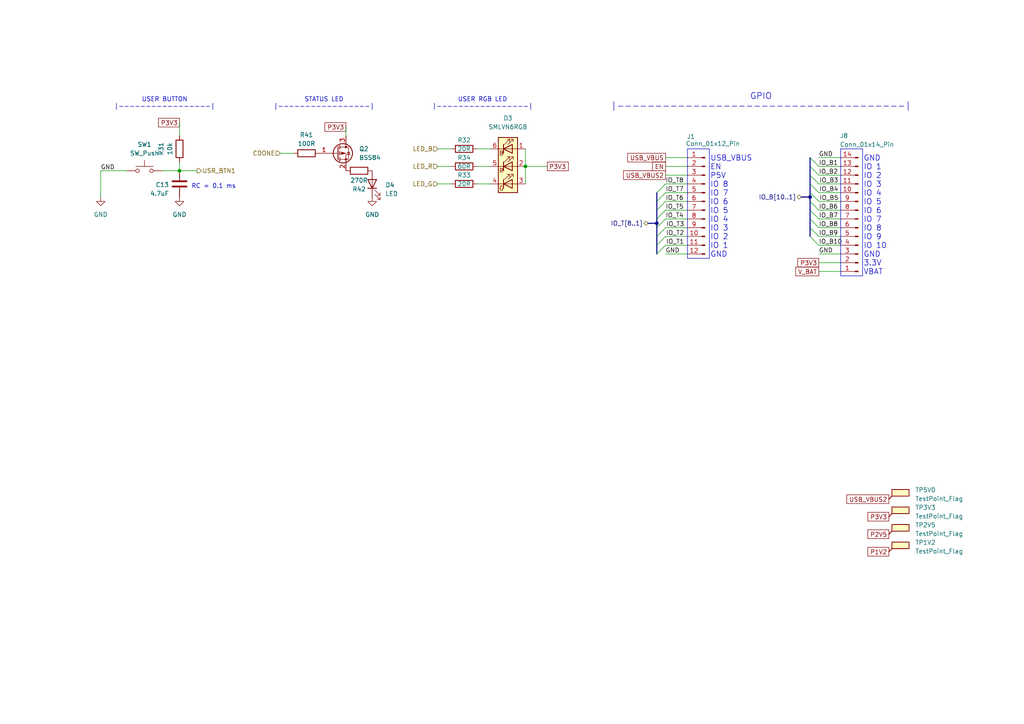
<source format=kicad_sch>
(kicad_sch
	(version 20250114)
	(generator "eeschema")
	(generator_version "9.0")
	(uuid "ea17bab2-8246-4b5e-a3c4-c4c0551d9129")
	(paper "A4")
	(lib_symbols
		(symbol "Connector:Conn_01x12_Pin"
			(pin_names
				(offset 1.016)
				(hide yes)
			)
			(exclude_from_sim no)
			(in_bom yes)
			(on_board yes)
			(property "Reference" "J"
				(at 0 15.24 0)
				(effects
					(font
						(size 1.27 1.27)
					)
				)
			)
			(property "Value" "Conn_01x12_Pin"
				(at 0 -17.78 0)
				(effects
					(font
						(size 1.27 1.27)
					)
				)
			)
			(property "Footprint" ""
				(at 0 0 0)
				(effects
					(font
						(size 1.27 1.27)
					)
					(hide yes)
				)
			)
			(property "Datasheet" "~"
				(at 0 0 0)
				(effects
					(font
						(size 1.27 1.27)
					)
					(hide yes)
				)
			)
			(property "Description" "Generic connector, single row, 01x12, script generated"
				(at 0 0 0)
				(effects
					(font
						(size 1.27 1.27)
					)
					(hide yes)
				)
			)
			(property "ki_locked" ""
				(at 0 0 0)
				(effects
					(font
						(size 1.27 1.27)
					)
				)
			)
			(property "ki_keywords" "connector"
				(at 0 0 0)
				(effects
					(font
						(size 1.27 1.27)
					)
					(hide yes)
				)
			)
			(property "ki_fp_filters" "Connector*:*_1x??_*"
				(at 0 0 0)
				(effects
					(font
						(size 1.27 1.27)
					)
					(hide yes)
				)
			)
			(symbol "Conn_01x12_Pin_1_1"
				(rectangle
					(start 0.8636 12.827)
					(end 0 12.573)
					(stroke
						(width 0.1524)
						(type default)
					)
					(fill
						(type outline)
					)
				)
				(rectangle
					(start 0.8636 10.287)
					(end 0 10.033)
					(stroke
						(width 0.1524)
						(type default)
					)
					(fill
						(type outline)
					)
				)
				(rectangle
					(start 0.8636 7.747)
					(end 0 7.493)
					(stroke
						(width 0.1524)
						(type default)
					)
					(fill
						(type outline)
					)
				)
				(rectangle
					(start 0.8636 5.207)
					(end 0 4.953)
					(stroke
						(width 0.1524)
						(type default)
					)
					(fill
						(type outline)
					)
				)
				(rectangle
					(start 0.8636 2.667)
					(end 0 2.413)
					(stroke
						(width 0.1524)
						(type default)
					)
					(fill
						(type outline)
					)
				)
				(rectangle
					(start 0.8636 0.127)
					(end 0 -0.127)
					(stroke
						(width 0.1524)
						(type default)
					)
					(fill
						(type outline)
					)
				)
				(rectangle
					(start 0.8636 -2.413)
					(end 0 -2.667)
					(stroke
						(width 0.1524)
						(type default)
					)
					(fill
						(type outline)
					)
				)
				(rectangle
					(start 0.8636 -4.953)
					(end 0 -5.207)
					(stroke
						(width 0.1524)
						(type default)
					)
					(fill
						(type outline)
					)
				)
				(rectangle
					(start 0.8636 -7.493)
					(end 0 -7.747)
					(stroke
						(width 0.1524)
						(type default)
					)
					(fill
						(type outline)
					)
				)
				(rectangle
					(start 0.8636 -10.033)
					(end 0 -10.287)
					(stroke
						(width 0.1524)
						(type default)
					)
					(fill
						(type outline)
					)
				)
				(rectangle
					(start 0.8636 -12.573)
					(end 0 -12.827)
					(stroke
						(width 0.1524)
						(type default)
					)
					(fill
						(type outline)
					)
				)
				(rectangle
					(start 0.8636 -15.113)
					(end 0 -15.367)
					(stroke
						(width 0.1524)
						(type default)
					)
					(fill
						(type outline)
					)
				)
				(polyline
					(pts
						(xy 1.27 12.7) (xy 0.8636 12.7)
					)
					(stroke
						(width 0.1524)
						(type default)
					)
					(fill
						(type none)
					)
				)
				(polyline
					(pts
						(xy 1.27 10.16) (xy 0.8636 10.16)
					)
					(stroke
						(width 0.1524)
						(type default)
					)
					(fill
						(type none)
					)
				)
				(polyline
					(pts
						(xy 1.27 7.62) (xy 0.8636 7.62)
					)
					(stroke
						(width 0.1524)
						(type default)
					)
					(fill
						(type none)
					)
				)
				(polyline
					(pts
						(xy 1.27 5.08) (xy 0.8636 5.08)
					)
					(stroke
						(width 0.1524)
						(type default)
					)
					(fill
						(type none)
					)
				)
				(polyline
					(pts
						(xy 1.27 2.54) (xy 0.8636 2.54)
					)
					(stroke
						(width 0.1524)
						(type default)
					)
					(fill
						(type none)
					)
				)
				(polyline
					(pts
						(xy 1.27 0) (xy 0.8636 0)
					)
					(stroke
						(width 0.1524)
						(type default)
					)
					(fill
						(type none)
					)
				)
				(polyline
					(pts
						(xy 1.27 -2.54) (xy 0.8636 -2.54)
					)
					(stroke
						(width 0.1524)
						(type default)
					)
					(fill
						(type none)
					)
				)
				(polyline
					(pts
						(xy 1.27 -5.08) (xy 0.8636 -5.08)
					)
					(stroke
						(width 0.1524)
						(type default)
					)
					(fill
						(type none)
					)
				)
				(polyline
					(pts
						(xy 1.27 -7.62) (xy 0.8636 -7.62)
					)
					(stroke
						(width 0.1524)
						(type default)
					)
					(fill
						(type none)
					)
				)
				(polyline
					(pts
						(xy 1.27 -10.16) (xy 0.8636 -10.16)
					)
					(stroke
						(width 0.1524)
						(type default)
					)
					(fill
						(type none)
					)
				)
				(polyline
					(pts
						(xy 1.27 -12.7) (xy 0.8636 -12.7)
					)
					(stroke
						(width 0.1524)
						(type default)
					)
					(fill
						(type none)
					)
				)
				(polyline
					(pts
						(xy 1.27 -15.24) (xy 0.8636 -15.24)
					)
					(stroke
						(width 0.1524)
						(type default)
					)
					(fill
						(type none)
					)
				)
				(pin passive line
					(at 5.08 12.7 180)
					(length 3.81)
					(name "Pin_1"
						(effects
							(font
								(size 1.27 1.27)
							)
						)
					)
					(number "1"
						(effects
							(font
								(size 1.27 1.27)
							)
						)
					)
				)
				(pin passive line
					(at 5.08 10.16 180)
					(length 3.81)
					(name "Pin_2"
						(effects
							(font
								(size 1.27 1.27)
							)
						)
					)
					(number "2"
						(effects
							(font
								(size 1.27 1.27)
							)
						)
					)
				)
				(pin passive line
					(at 5.08 7.62 180)
					(length 3.81)
					(name "Pin_3"
						(effects
							(font
								(size 1.27 1.27)
							)
						)
					)
					(number "3"
						(effects
							(font
								(size 1.27 1.27)
							)
						)
					)
				)
				(pin passive line
					(at 5.08 5.08 180)
					(length 3.81)
					(name "Pin_4"
						(effects
							(font
								(size 1.27 1.27)
							)
						)
					)
					(number "4"
						(effects
							(font
								(size 1.27 1.27)
							)
						)
					)
				)
				(pin passive line
					(at 5.08 2.54 180)
					(length 3.81)
					(name "Pin_5"
						(effects
							(font
								(size 1.27 1.27)
							)
						)
					)
					(number "5"
						(effects
							(font
								(size 1.27 1.27)
							)
						)
					)
				)
				(pin passive line
					(at 5.08 0 180)
					(length 3.81)
					(name "Pin_6"
						(effects
							(font
								(size 1.27 1.27)
							)
						)
					)
					(number "6"
						(effects
							(font
								(size 1.27 1.27)
							)
						)
					)
				)
				(pin passive line
					(at 5.08 -2.54 180)
					(length 3.81)
					(name "Pin_7"
						(effects
							(font
								(size 1.27 1.27)
							)
						)
					)
					(number "7"
						(effects
							(font
								(size 1.27 1.27)
							)
						)
					)
				)
				(pin passive line
					(at 5.08 -5.08 180)
					(length 3.81)
					(name "Pin_8"
						(effects
							(font
								(size 1.27 1.27)
							)
						)
					)
					(number "8"
						(effects
							(font
								(size 1.27 1.27)
							)
						)
					)
				)
				(pin passive line
					(at 5.08 -7.62 180)
					(length 3.81)
					(name "Pin_9"
						(effects
							(font
								(size 1.27 1.27)
							)
						)
					)
					(number "9"
						(effects
							(font
								(size 1.27 1.27)
							)
						)
					)
				)
				(pin passive line
					(at 5.08 -10.16 180)
					(length 3.81)
					(name "Pin_10"
						(effects
							(font
								(size 1.27 1.27)
							)
						)
					)
					(number "10"
						(effects
							(font
								(size 1.27 1.27)
							)
						)
					)
				)
				(pin passive line
					(at 5.08 -12.7 180)
					(length 3.81)
					(name "Pin_11"
						(effects
							(font
								(size 1.27 1.27)
							)
						)
					)
					(number "11"
						(effects
							(font
								(size 1.27 1.27)
							)
						)
					)
				)
				(pin passive line
					(at 5.08 -15.24 180)
					(length 3.81)
					(name "Pin_12"
						(effects
							(font
								(size 1.27 1.27)
							)
						)
					)
					(number "12"
						(effects
							(font
								(size 1.27 1.27)
							)
						)
					)
				)
			)
			(embedded_fonts no)
		)
		(symbol "Connector:Conn_01x14_Pin"
			(pin_names
				(offset 1.016)
				(hide yes)
			)
			(exclude_from_sim no)
			(in_bom yes)
			(on_board yes)
			(property "Reference" "J"
				(at 0 17.78 0)
				(effects
					(font
						(size 1.27 1.27)
					)
				)
			)
			(property "Value" "Conn_01x14_Pin"
				(at 0 -20.32 0)
				(effects
					(font
						(size 1.27 1.27)
					)
				)
			)
			(property "Footprint" ""
				(at 0 0 0)
				(effects
					(font
						(size 1.27 1.27)
					)
					(hide yes)
				)
			)
			(property "Datasheet" "~"
				(at 0 0 0)
				(effects
					(font
						(size 1.27 1.27)
					)
					(hide yes)
				)
			)
			(property "Description" "Generic connector, single row, 01x14, script generated"
				(at 0 0 0)
				(effects
					(font
						(size 1.27 1.27)
					)
					(hide yes)
				)
			)
			(property "ki_locked" ""
				(at 0 0 0)
				(effects
					(font
						(size 1.27 1.27)
					)
				)
			)
			(property "ki_keywords" "connector"
				(at 0 0 0)
				(effects
					(font
						(size 1.27 1.27)
					)
					(hide yes)
				)
			)
			(property "ki_fp_filters" "Connector*:*_1x??_*"
				(at 0 0 0)
				(effects
					(font
						(size 1.27 1.27)
					)
					(hide yes)
				)
			)
			(symbol "Conn_01x14_Pin_1_1"
				(rectangle
					(start 0.8636 15.367)
					(end 0 15.113)
					(stroke
						(width 0.1524)
						(type default)
					)
					(fill
						(type outline)
					)
				)
				(rectangle
					(start 0.8636 12.827)
					(end 0 12.573)
					(stroke
						(width 0.1524)
						(type default)
					)
					(fill
						(type outline)
					)
				)
				(rectangle
					(start 0.8636 10.287)
					(end 0 10.033)
					(stroke
						(width 0.1524)
						(type default)
					)
					(fill
						(type outline)
					)
				)
				(rectangle
					(start 0.8636 7.747)
					(end 0 7.493)
					(stroke
						(width 0.1524)
						(type default)
					)
					(fill
						(type outline)
					)
				)
				(rectangle
					(start 0.8636 5.207)
					(end 0 4.953)
					(stroke
						(width 0.1524)
						(type default)
					)
					(fill
						(type outline)
					)
				)
				(rectangle
					(start 0.8636 2.667)
					(end 0 2.413)
					(stroke
						(width 0.1524)
						(type default)
					)
					(fill
						(type outline)
					)
				)
				(rectangle
					(start 0.8636 0.127)
					(end 0 -0.127)
					(stroke
						(width 0.1524)
						(type default)
					)
					(fill
						(type outline)
					)
				)
				(rectangle
					(start 0.8636 -2.413)
					(end 0 -2.667)
					(stroke
						(width 0.1524)
						(type default)
					)
					(fill
						(type outline)
					)
				)
				(rectangle
					(start 0.8636 -4.953)
					(end 0 -5.207)
					(stroke
						(width 0.1524)
						(type default)
					)
					(fill
						(type outline)
					)
				)
				(rectangle
					(start 0.8636 -7.493)
					(end 0 -7.747)
					(stroke
						(width 0.1524)
						(type default)
					)
					(fill
						(type outline)
					)
				)
				(rectangle
					(start 0.8636 -10.033)
					(end 0 -10.287)
					(stroke
						(width 0.1524)
						(type default)
					)
					(fill
						(type outline)
					)
				)
				(rectangle
					(start 0.8636 -12.573)
					(end 0 -12.827)
					(stroke
						(width 0.1524)
						(type default)
					)
					(fill
						(type outline)
					)
				)
				(rectangle
					(start 0.8636 -15.113)
					(end 0 -15.367)
					(stroke
						(width 0.1524)
						(type default)
					)
					(fill
						(type outline)
					)
				)
				(rectangle
					(start 0.8636 -17.653)
					(end 0 -17.907)
					(stroke
						(width 0.1524)
						(type default)
					)
					(fill
						(type outline)
					)
				)
				(polyline
					(pts
						(xy 1.27 15.24) (xy 0.8636 15.24)
					)
					(stroke
						(width 0.1524)
						(type default)
					)
					(fill
						(type none)
					)
				)
				(polyline
					(pts
						(xy 1.27 12.7) (xy 0.8636 12.7)
					)
					(stroke
						(width 0.1524)
						(type default)
					)
					(fill
						(type none)
					)
				)
				(polyline
					(pts
						(xy 1.27 10.16) (xy 0.8636 10.16)
					)
					(stroke
						(width 0.1524)
						(type default)
					)
					(fill
						(type none)
					)
				)
				(polyline
					(pts
						(xy 1.27 7.62) (xy 0.8636 7.62)
					)
					(stroke
						(width 0.1524)
						(type default)
					)
					(fill
						(type none)
					)
				)
				(polyline
					(pts
						(xy 1.27 5.08) (xy 0.8636 5.08)
					)
					(stroke
						(width 0.1524)
						(type default)
					)
					(fill
						(type none)
					)
				)
				(polyline
					(pts
						(xy 1.27 2.54) (xy 0.8636 2.54)
					)
					(stroke
						(width 0.1524)
						(type default)
					)
					(fill
						(type none)
					)
				)
				(polyline
					(pts
						(xy 1.27 0) (xy 0.8636 0)
					)
					(stroke
						(width 0.1524)
						(type default)
					)
					(fill
						(type none)
					)
				)
				(polyline
					(pts
						(xy 1.27 -2.54) (xy 0.8636 -2.54)
					)
					(stroke
						(width 0.1524)
						(type default)
					)
					(fill
						(type none)
					)
				)
				(polyline
					(pts
						(xy 1.27 -5.08) (xy 0.8636 -5.08)
					)
					(stroke
						(width 0.1524)
						(type default)
					)
					(fill
						(type none)
					)
				)
				(polyline
					(pts
						(xy 1.27 -7.62) (xy 0.8636 -7.62)
					)
					(stroke
						(width 0.1524)
						(type default)
					)
					(fill
						(type none)
					)
				)
				(polyline
					(pts
						(xy 1.27 -10.16) (xy 0.8636 -10.16)
					)
					(stroke
						(width 0.1524)
						(type default)
					)
					(fill
						(type none)
					)
				)
				(polyline
					(pts
						(xy 1.27 -12.7) (xy 0.8636 -12.7)
					)
					(stroke
						(width 0.1524)
						(type default)
					)
					(fill
						(type none)
					)
				)
				(polyline
					(pts
						(xy 1.27 -15.24) (xy 0.8636 -15.24)
					)
					(stroke
						(width 0.1524)
						(type default)
					)
					(fill
						(type none)
					)
				)
				(polyline
					(pts
						(xy 1.27 -17.78) (xy 0.8636 -17.78)
					)
					(stroke
						(width 0.1524)
						(type default)
					)
					(fill
						(type none)
					)
				)
				(pin passive line
					(at 5.08 15.24 180)
					(length 3.81)
					(name "Pin_1"
						(effects
							(font
								(size 1.27 1.27)
							)
						)
					)
					(number "1"
						(effects
							(font
								(size 1.27 1.27)
							)
						)
					)
				)
				(pin passive line
					(at 5.08 12.7 180)
					(length 3.81)
					(name "Pin_2"
						(effects
							(font
								(size 1.27 1.27)
							)
						)
					)
					(number "2"
						(effects
							(font
								(size 1.27 1.27)
							)
						)
					)
				)
				(pin passive line
					(at 5.08 10.16 180)
					(length 3.81)
					(name "Pin_3"
						(effects
							(font
								(size 1.27 1.27)
							)
						)
					)
					(number "3"
						(effects
							(font
								(size 1.27 1.27)
							)
						)
					)
				)
				(pin passive line
					(at 5.08 7.62 180)
					(length 3.81)
					(name "Pin_4"
						(effects
							(font
								(size 1.27 1.27)
							)
						)
					)
					(number "4"
						(effects
							(font
								(size 1.27 1.27)
							)
						)
					)
				)
				(pin passive line
					(at 5.08 5.08 180)
					(length 3.81)
					(name "Pin_5"
						(effects
							(font
								(size 1.27 1.27)
							)
						)
					)
					(number "5"
						(effects
							(font
								(size 1.27 1.27)
							)
						)
					)
				)
				(pin passive line
					(at 5.08 2.54 180)
					(length 3.81)
					(name "Pin_6"
						(effects
							(font
								(size 1.27 1.27)
							)
						)
					)
					(number "6"
						(effects
							(font
								(size 1.27 1.27)
							)
						)
					)
				)
				(pin passive line
					(at 5.08 0 180)
					(length 3.81)
					(name "Pin_7"
						(effects
							(font
								(size 1.27 1.27)
							)
						)
					)
					(number "7"
						(effects
							(font
								(size 1.27 1.27)
							)
						)
					)
				)
				(pin passive line
					(at 5.08 -2.54 180)
					(length 3.81)
					(name "Pin_8"
						(effects
							(font
								(size 1.27 1.27)
							)
						)
					)
					(number "8"
						(effects
							(font
								(size 1.27 1.27)
							)
						)
					)
				)
				(pin passive line
					(at 5.08 -5.08 180)
					(length 3.81)
					(name "Pin_9"
						(effects
							(font
								(size 1.27 1.27)
							)
						)
					)
					(number "9"
						(effects
							(font
								(size 1.27 1.27)
							)
						)
					)
				)
				(pin passive line
					(at 5.08 -7.62 180)
					(length 3.81)
					(name "Pin_10"
						(effects
							(font
								(size 1.27 1.27)
							)
						)
					)
					(number "10"
						(effects
							(font
								(size 1.27 1.27)
							)
						)
					)
				)
				(pin passive line
					(at 5.08 -10.16 180)
					(length 3.81)
					(name "Pin_11"
						(effects
							(font
								(size 1.27 1.27)
							)
						)
					)
					(number "11"
						(effects
							(font
								(size 1.27 1.27)
							)
						)
					)
				)
				(pin passive line
					(at 5.08 -12.7 180)
					(length 3.81)
					(name "Pin_12"
						(effects
							(font
								(size 1.27 1.27)
							)
						)
					)
					(number "12"
						(effects
							(font
								(size 1.27 1.27)
							)
						)
					)
				)
				(pin passive line
					(at 5.08 -15.24 180)
					(length 3.81)
					(name "Pin_13"
						(effects
							(font
								(size 1.27 1.27)
							)
						)
					)
					(number "13"
						(effects
							(font
								(size 1.27 1.27)
							)
						)
					)
				)
				(pin passive line
					(at 5.08 -17.78 180)
					(length 3.81)
					(name "Pin_14"
						(effects
							(font
								(size 1.27 1.27)
							)
						)
					)
					(number "14"
						(effects
							(font
								(size 1.27 1.27)
							)
						)
					)
				)
			)
			(embedded_fonts no)
		)
		(symbol "Connector:TestPoint_Flag"
			(pin_numbers
				(hide yes)
			)
			(pin_names
				(offset 0.762)
				(hide yes)
			)
			(exclude_from_sim no)
			(in_bom yes)
			(on_board yes)
			(property "Reference" "TP"
				(at 3.429 1.778 0)
				(effects
					(font
						(size 1.27 1.27)
					)
				)
			)
			(property "Value" "TestPoint_Flag"
				(at 3.302 4.191 0)
				(effects
					(font
						(size 1.27 1.27)
					)
				)
			)
			(property "Footprint" ""
				(at 5.08 0 0)
				(effects
					(font
						(size 1.27 1.27)
					)
					(hide yes)
				)
			)
			(property "Datasheet" "~"
				(at 5.08 0 0)
				(effects
					(font
						(size 1.27 1.27)
					)
					(hide yes)
				)
			)
			(property "Description" "test point (alternative flag-style design)"
				(at 0 0 0)
				(effects
					(font
						(size 1.27 1.27)
					)
					(hide yes)
				)
			)
			(property "ki_keywords" "test point tp"
				(at 0 0 0)
				(effects
					(font
						(size 1.27 1.27)
					)
					(hide yes)
				)
			)
			(property "ki_fp_filters" "Pin* Test*"
				(at 0 0 0)
				(effects
					(font
						(size 1.27 1.27)
					)
					(hide yes)
				)
			)
			(symbol "TestPoint_Flag_0_1"
				(polyline
					(pts
						(xy 0 0) (xy 0.889 0.889)
					)
					(stroke
						(width 0.254)
						(type default)
					)
					(fill
						(type none)
					)
				)
				(rectangle
					(start 0.889 2.794)
					(end 5.842 0.889)
					(stroke
						(width 0.254)
						(type default)
					)
					(fill
						(type background)
					)
				)
			)
			(symbol "TestPoint_Flag_1_1"
				(pin passive line
					(at 0 0 90)
					(length 0)
					(name "1"
						(effects
							(font
								(size 1.27 1.27)
							)
						)
					)
					(number "1"
						(effects
							(font
								(size 1.27 1.27)
							)
						)
					)
				)
			)
			(embedded_fonts no)
		)
		(symbol "Device:C"
			(pin_numbers
				(hide yes)
			)
			(pin_names
				(offset 0.254)
			)
			(exclude_from_sim no)
			(in_bom yes)
			(on_board yes)
			(property "Reference" "C"
				(at 0.635 2.54 0)
				(effects
					(font
						(size 1.27 1.27)
					)
					(justify left)
				)
			)
			(property "Value" "C"
				(at 0.635 -2.54 0)
				(effects
					(font
						(size 1.27 1.27)
					)
					(justify left)
				)
			)
			(property "Footprint" ""
				(at 0.9652 -3.81 0)
				(effects
					(font
						(size 1.27 1.27)
					)
					(hide yes)
				)
			)
			(property "Datasheet" "~"
				(at 0 0 0)
				(effects
					(font
						(size 1.27 1.27)
					)
					(hide yes)
				)
			)
			(property "Description" "Unpolarized capacitor"
				(at 0 0 0)
				(effects
					(font
						(size 1.27 1.27)
					)
					(hide yes)
				)
			)
			(property "ki_keywords" "cap capacitor"
				(at 0 0 0)
				(effects
					(font
						(size 1.27 1.27)
					)
					(hide yes)
				)
			)
			(property "ki_fp_filters" "C_*"
				(at 0 0 0)
				(effects
					(font
						(size 1.27 1.27)
					)
					(hide yes)
				)
			)
			(symbol "C_0_1"
				(polyline
					(pts
						(xy -2.032 0.762) (xy 2.032 0.762)
					)
					(stroke
						(width 0.508)
						(type default)
					)
					(fill
						(type none)
					)
				)
				(polyline
					(pts
						(xy -2.032 -0.762) (xy 2.032 -0.762)
					)
					(stroke
						(width 0.508)
						(type default)
					)
					(fill
						(type none)
					)
				)
			)
			(symbol "C_1_1"
				(pin passive line
					(at 0 3.81 270)
					(length 2.794)
					(name "~"
						(effects
							(font
								(size 1.27 1.27)
							)
						)
					)
					(number "1"
						(effects
							(font
								(size 1.27 1.27)
							)
						)
					)
				)
				(pin passive line
					(at 0 -3.81 90)
					(length 2.794)
					(name "~"
						(effects
							(font
								(size 1.27 1.27)
							)
						)
					)
					(number "2"
						(effects
							(font
								(size 1.27 1.27)
							)
						)
					)
				)
			)
			(embedded_fonts no)
		)
		(symbol "Device:LED"
			(pin_numbers
				(hide yes)
			)
			(pin_names
				(offset 1.016)
				(hide yes)
			)
			(exclude_from_sim no)
			(in_bom yes)
			(on_board yes)
			(property "Reference" "D"
				(at 0 2.54 0)
				(effects
					(font
						(size 1.27 1.27)
					)
				)
			)
			(property "Value" "LED"
				(at 0 -2.54 0)
				(effects
					(font
						(size 1.27 1.27)
					)
				)
			)
			(property "Footprint" ""
				(at 0 0 0)
				(effects
					(font
						(size 1.27 1.27)
					)
					(hide yes)
				)
			)
			(property "Datasheet" "~"
				(at 0 0 0)
				(effects
					(font
						(size 1.27 1.27)
					)
					(hide yes)
				)
			)
			(property "Description" "Light emitting diode"
				(at 0 0 0)
				(effects
					(font
						(size 1.27 1.27)
					)
					(hide yes)
				)
			)
			(property "Sim.Pins" "1=K 2=A"
				(at 0 0 0)
				(effects
					(font
						(size 1.27 1.27)
					)
					(hide yes)
				)
			)
			(property "ki_keywords" "LED diode"
				(at 0 0 0)
				(effects
					(font
						(size 1.27 1.27)
					)
					(hide yes)
				)
			)
			(property "ki_fp_filters" "LED* LED_SMD:* LED_THT:*"
				(at 0 0 0)
				(effects
					(font
						(size 1.27 1.27)
					)
					(hide yes)
				)
			)
			(symbol "LED_0_1"
				(polyline
					(pts
						(xy -3.048 -0.762) (xy -4.572 -2.286) (xy -3.81 -2.286) (xy -4.572 -2.286) (xy -4.572 -1.524)
					)
					(stroke
						(width 0)
						(type default)
					)
					(fill
						(type none)
					)
				)
				(polyline
					(pts
						(xy -1.778 -0.762) (xy -3.302 -2.286) (xy -2.54 -2.286) (xy -3.302 -2.286) (xy -3.302 -1.524)
					)
					(stroke
						(width 0)
						(type default)
					)
					(fill
						(type none)
					)
				)
				(polyline
					(pts
						(xy -1.27 0) (xy 1.27 0)
					)
					(stroke
						(width 0)
						(type default)
					)
					(fill
						(type none)
					)
				)
				(polyline
					(pts
						(xy -1.27 -1.27) (xy -1.27 1.27)
					)
					(stroke
						(width 0.254)
						(type default)
					)
					(fill
						(type none)
					)
				)
				(polyline
					(pts
						(xy 1.27 -1.27) (xy 1.27 1.27) (xy -1.27 0) (xy 1.27 -1.27)
					)
					(stroke
						(width 0.254)
						(type default)
					)
					(fill
						(type none)
					)
				)
			)
			(symbol "LED_1_1"
				(pin passive line
					(at -3.81 0 0)
					(length 2.54)
					(name "K"
						(effects
							(font
								(size 1.27 1.27)
							)
						)
					)
					(number "1"
						(effects
							(font
								(size 1.27 1.27)
							)
						)
					)
				)
				(pin passive line
					(at 3.81 0 180)
					(length 2.54)
					(name "A"
						(effects
							(font
								(size 1.27 1.27)
							)
						)
					)
					(number "2"
						(effects
							(font
								(size 1.27 1.27)
							)
						)
					)
				)
			)
			(embedded_fonts no)
		)
		(symbol "Device:R"
			(pin_numbers
				(hide yes)
			)
			(pin_names
				(offset 0)
			)
			(exclude_from_sim no)
			(in_bom yes)
			(on_board yes)
			(property "Reference" "R"
				(at 2.032 0 90)
				(effects
					(font
						(size 1.27 1.27)
					)
				)
			)
			(property "Value" "R"
				(at 0 0 90)
				(effects
					(font
						(size 1.27 1.27)
					)
				)
			)
			(property "Footprint" ""
				(at -1.778 0 90)
				(effects
					(font
						(size 1.27 1.27)
					)
					(hide yes)
				)
			)
			(property "Datasheet" "~"
				(at 0 0 0)
				(effects
					(font
						(size 1.27 1.27)
					)
					(hide yes)
				)
			)
			(property "Description" "Resistor"
				(at 0 0 0)
				(effects
					(font
						(size 1.27 1.27)
					)
					(hide yes)
				)
			)
			(property "ki_keywords" "R res resistor"
				(at 0 0 0)
				(effects
					(font
						(size 1.27 1.27)
					)
					(hide yes)
				)
			)
			(property "ki_fp_filters" "R_*"
				(at 0 0 0)
				(effects
					(font
						(size 1.27 1.27)
					)
					(hide yes)
				)
			)
			(symbol "R_0_1"
				(rectangle
					(start -1.016 -2.54)
					(end 1.016 2.54)
					(stroke
						(width 0.254)
						(type default)
					)
					(fill
						(type none)
					)
				)
			)
			(symbol "R_1_1"
				(pin passive line
					(at 0 3.81 270)
					(length 1.27)
					(name "~"
						(effects
							(font
								(size 1.27 1.27)
							)
						)
					)
					(number "1"
						(effects
							(font
								(size 1.27 1.27)
							)
						)
					)
				)
				(pin passive line
					(at 0 -3.81 90)
					(length 1.27)
					(name "~"
						(effects
							(font
								(size 1.27 1.27)
							)
						)
					)
					(number "2"
						(effects
							(font
								(size 1.27 1.27)
							)
						)
					)
				)
			)
			(embedded_fonts no)
		)
		(symbol "LED:SMLVN6RGB"
			(pin_names
				(offset 0)
				(hide yes)
			)
			(exclude_from_sim no)
			(in_bom yes)
			(on_board yes)
			(property "Reference" "D"
				(at 0 12.7 0)
				(effects
					(font
						(size 1.27 1.27)
					)
				)
			)
			(property "Value" "SMLVN6RGB"
				(at 0 10.16 0)
				(effects
					(font
						(size 1.27 1.27)
					)
				)
			)
			(property "Footprint" "LED_SMD:LED_ROHM_SMLVN6"
				(at 0 -8.89 0)
				(effects
					(font
						(size 1.27 1.27)
					)
					(hide yes)
				)
			)
			(property "Datasheet" "https://www.rohm.com/datasheet/SMLVN6RGB1U"
				(at 0 -1.27 0)
				(effects
					(font
						(size 1.27 1.27)
					)
					(hide yes)
				)
			)
			(property "Description" "High Brightness Tri-Color LED, RGB, 3.5x2.8mm"
				(at 0 0 0)
				(effects
					(font
						(size 1.27 1.27)
					)
					(hide yes)
				)
			)
			(property "ki_keywords" "LED RGB Diode"
				(at 0 0 0)
				(effects
					(font
						(size 1.27 1.27)
					)
					(hide yes)
				)
			)
			(property "ki_fp_filters" "LED*ROHM*SMLVN6*"
				(at 0 0 0)
				(effects
					(font
						(size 1.27 1.27)
					)
					(hide yes)
				)
			)
			(symbol "SMLVN6RGB_0_0"
				(text "B"
					(at 1.905 3.81 0)
					(effects
						(font
							(size 1.27 1.27)
						)
					)
				)
				(text "R"
					(at 1.905 -1.27 0)
					(effects
						(font
							(size 1.27 1.27)
						)
					)
				)
				(text "G"
					(at 1.905 -6.35 0)
					(effects
						(font
							(size 1.27 1.27)
						)
					)
				)
			)
			(symbol "SMLVN6RGB_0_1"
				(rectangle
					(start -2.794 8.382)
					(end 2.794 -7.62)
					(stroke
						(width 0.254)
						(type default)
					)
					(fill
						(type background)
					)
				)
				(rectangle
					(start -1.27 6.35)
					(end -1.27 6.35)
					(stroke
						(width 0)
						(type default)
					)
					(fill
						(type none)
					)
				)
				(polyline
					(pts
						(xy -1.27 6.35) (xy -1.27 3.81) (xy 1.27 5.08) (xy -1.27 6.35)
					)
					(stroke
						(width 0.254)
						(type default)
					)
					(fill
						(type none)
					)
				)
				(polyline
					(pts
						(xy -1.27 5.08) (xy -2.54 5.08)
					)
					(stroke
						(width 0)
						(type default)
					)
					(fill
						(type none)
					)
				)
				(rectangle
					(start -1.27 3.81)
					(end -1.27 6.35)
					(stroke
						(width 0)
						(type default)
					)
					(fill
						(type none)
					)
				)
				(rectangle
					(start -1.27 1.27)
					(end -1.27 1.27)
					(stroke
						(width 0)
						(type default)
					)
					(fill
						(type none)
					)
				)
				(polyline
					(pts
						(xy -1.27 1.27) (xy -1.27 -1.27) (xy 1.27 0) (xy -1.27 1.27)
					)
					(stroke
						(width 0.254)
						(type default)
					)
					(fill
						(type none)
					)
				)
				(polyline
					(pts
						(xy -1.27 0) (xy -2.54 0)
					)
					(stroke
						(width 0)
						(type default)
					)
					(fill
						(type none)
					)
				)
				(polyline
					(pts
						(xy -1.27 0) (xy 1.27 0)
					)
					(stroke
						(width 0)
						(type default)
					)
					(fill
						(type none)
					)
				)
				(rectangle
					(start -1.27 -1.27)
					(end -1.27 1.27)
					(stroke
						(width 0)
						(type default)
					)
					(fill
						(type none)
					)
				)
				(polyline
					(pts
						(xy -1.27 -3.81) (xy -1.27 -6.35) (xy 1.27 -5.08) (xy -1.27 -3.81)
					)
					(stroke
						(width 0.254)
						(type default)
					)
					(fill
						(type none)
					)
				)
				(polyline
					(pts
						(xy -1.27 -5.08) (xy -2.54 -5.08)
					)
					(stroke
						(width 0)
						(type default)
					)
					(fill
						(type none)
					)
				)
				(polyline
					(pts
						(xy 0 6.35) (xy -1.524 7.874) (xy -0.762 7.874) (xy -1.524 7.874) (xy -1.524 7.112)
					)
					(stroke
						(width 0)
						(type default)
					)
					(fill
						(type none)
					)
				)
				(polyline
					(pts
						(xy 0 1.27) (xy -1.524 2.794) (xy -0.762 2.794) (xy -1.524 2.794) (xy -1.524 2.032)
					)
					(stroke
						(width 0)
						(type default)
					)
					(fill
						(type none)
					)
				)
				(polyline
					(pts
						(xy 0 -3.81) (xy -1.524 -2.286) (xy -0.762 -2.286) (xy -1.524 -2.286) (xy -1.524 -3.048)
					)
					(stroke
						(width 0)
						(type default)
					)
					(fill
						(type none)
					)
				)
				(polyline
					(pts
						(xy 1.016 6.35) (xy -0.508 7.874) (xy 0.254 7.874) (xy -0.508 7.874) (xy -0.508 7.112)
					)
					(stroke
						(width 0)
						(type default)
					)
					(fill
						(type none)
					)
				)
				(polyline
					(pts
						(xy 1.016 1.27) (xy -0.508 2.794) (xy 0.254 2.794) (xy -0.508 2.794) (xy -0.508 2.032)
					)
					(stroke
						(width 0)
						(type default)
					)
					(fill
						(type none)
					)
				)
				(polyline
					(pts
						(xy 1.016 -3.81) (xy -0.508 -2.286) (xy 0.254 -2.286) (xy -0.508 -2.286) (xy -0.508 -3.048)
					)
					(stroke
						(width 0)
						(type default)
					)
					(fill
						(type none)
					)
				)
				(polyline
					(pts
						(xy 1.27 6.35) (xy 1.27 3.81)
					)
					(stroke
						(width 0.254)
						(type default)
					)
					(fill
						(type none)
					)
				)
				(polyline
					(pts
						(xy 1.27 6.35) (xy 1.27 3.81) (xy 1.27 3.81)
					)
					(stroke
						(width 0)
						(type default)
					)
					(fill
						(type none)
					)
				)
				(polyline
					(pts
						(xy 1.27 5.08) (xy -1.27 5.08)
					)
					(stroke
						(width 0)
						(type default)
					)
					(fill
						(type none)
					)
				)
				(polyline
					(pts
						(xy 1.27 5.08) (xy 2.54 5.08)
					)
					(stroke
						(width 0)
						(type default)
					)
					(fill
						(type none)
					)
				)
				(polyline
					(pts
						(xy 1.27 1.27) (xy 1.27 -1.27)
					)
					(stroke
						(width 0.254)
						(type default)
					)
					(fill
						(type none)
					)
				)
				(polyline
					(pts
						(xy 1.27 1.27) (xy 1.27 -1.27) (xy 1.27 -1.27)
					)
					(stroke
						(width 0)
						(type default)
					)
					(fill
						(type none)
					)
				)
				(polyline
					(pts
						(xy 1.27 0) (xy 2.54 0)
					)
					(stroke
						(width 0)
						(type default)
					)
					(fill
						(type none)
					)
				)
				(polyline
					(pts
						(xy 1.27 -3.81) (xy 1.27 -6.35)
					)
					(stroke
						(width 0.254)
						(type default)
					)
					(fill
						(type none)
					)
				)
				(polyline
					(pts
						(xy 1.27 -5.08) (xy -1.27 -5.08)
					)
					(stroke
						(width 0)
						(type default)
					)
					(fill
						(type none)
					)
				)
				(polyline
					(pts
						(xy 1.27 -5.08) (xy 2.54 -5.08)
					)
					(stroke
						(width 0)
						(type default)
					)
					(fill
						(type none)
					)
				)
			)
			(symbol "SMLVN6RGB_1_1"
				(pin passive line
					(at -5.08 5.08 0)
					(length 2.54)
					(name "BA"
						(effects
							(font
								(size 1.27 1.27)
							)
						)
					)
					(number "1"
						(effects
							(font
								(size 1.27 1.27)
							)
						)
					)
				)
				(pin passive line
					(at -5.08 0 0)
					(length 2.54)
					(name "RA"
						(effects
							(font
								(size 1.27 1.27)
							)
						)
					)
					(number "2"
						(effects
							(font
								(size 1.27 1.27)
							)
						)
					)
				)
				(pin passive line
					(at -5.08 -5.08 0)
					(length 2.54)
					(name "GA"
						(effects
							(font
								(size 1.27 1.27)
							)
						)
					)
					(number "3"
						(effects
							(font
								(size 1.27 1.27)
							)
						)
					)
				)
				(pin passive line
					(at 5.08 5.08 180)
					(length 2.54)
					(name "BK"
						(effects
							(font
								(size 1.27 1.27)
							)
						)
					)
					(number "6"
						(effects
							(font
								(size 1.27 1.27)
							)
						)
					)
				)
				(pin passive line
					(at 5.08 0 180)
					(length 2.54)
					(name "RK"
						(effects
							(font
								(size 1.27 1.27)
							)
						)
					)
					(number "5"
						(effects
							(font
								(size 1.27 1.27)
							)
						)
					)
				)
				(pin passive line
					(at 5.08 -5.08 180)
					(length 2.54)
					(name "GK"
						(effects
							(font
								(size 1.27 1.27)
							)
						)
					)
					(number "4"
						(effects
							(font
								(size 1.27 1.27)
							)
						)
					)
				)
			)
			(embedded_fonts no)
		)
		(symbol "Switch:SW_Push"
			(pin_numbers
				(hide yes)
			)
			(pin_names
				(offset 1.016)
				(hide yes)
			)
			(exclude_from_sim no)
			(in_bom yes)
			(on_board yes)
			(property "Reference" "SW"
				(at 1.27 2.54 0)
				(effects
					(font
						(size 1.27 1.27)
					)
					(justify left)
				)
			)
			(property "Value" "SW_Push"
				(at 0 -1.524 0)
				(effects
					(font
						(size 1.27 1.27)
					)
				)
			)
			(property "Footprint" ""
				(at 0 5.08 0)
				(effects
					(font
						(size 1.27 1.27)
					)
					(hide yes)
				)
			)
			(property "Datasheet" "~"
				(at 0 5.08 0)
				(effects
					(font
						(size 1.27 1.27)
					)
					(hide yes)
				)
			)
			(property "Description" "Push button switch, generic, two pins"
				(at 0 0 0)
				(effects
					(font
						(size 1.27 1.27)
					)
					(hide yes)
				)
			)
			(property "ki_keywords" "switch normally-open pushbutton push-button"
				(at 0 0 0)
				(effects
					(font
						(size 1.27 1.27)
					)
					(hide yes)
				)
			)
			(symbol "SW_Push_0_1"
				(circle
					(center -2.032 0)
					(radius 0.508)
					(stroke
						(width 0)
						(type default)
					)
					(fill
						(type none)
					)
				)
				(polyline
					(pts
						(xy 0 1.27) (xy 0 3.048)
					)
					(stroke
						(width 0)
						(type default)
					)
					(fill
						(type none)
					)
				)
				(circle
					(center 2.032 0)
					(radius 0.508)
					(stroke
						(width 0)
						(type default)
					)
					(fill
						(type none)
					)
				)
				(polyline
					(pts
						(xy 2.54 1.27) (xy -2.54 1.27)
					)
					(stroke
						(width 0)
						(type default)
					)
					(fill
						(type none)
					)
				)
				(pin passive line
					(at -5.08 0 0)
					(length 2.54)
					(name "1"
						(effects
							(font
								(size 1.27 1.27)
							)
						)
					)
					(number "1"
						(effects
							(font
								(size 1.27 1.27)
							)
						)
					)
				)
				(pin passive line
					(at 5.08 0 180)
					(length 2.54)
					(name "2"
						(effects
							(font
								(size 1.27 1.27)
							)
						)
					)
					(number "2"
						(effects
							(font
								(size 1.27 1.27)
							)
						)
					)
				)
			)
			(embedded_fonts no)
		)
		(symbol "Transistor_FET:BSS84"
			(pin_names
				(hide yes)
			)
			(exclude_from_sim no)
			(in_bom yes)
			(on_board yes)
			(property "Reference" "Q"
				(at 5.08 1.905 0)
				(effects
					(font
						(size 1.27 1.27)
					)
					(justify left)
				)
			)
			(property "Value" "BSS84"
				(at 5.08 0 0)
				(effects
					(font
						(size 1.27 1.27)
					)
					(justify left)
				)
			)
			(property "Footprint" "Package_TO_SOT_SMD:SOT-23"
				(at 5.08 -1.905 0)
				(effects
					(font
						(size 1.27 1.27)
						(italic yes)
					)
					(justify left)
					(hide yes)
				)
			)
			(property "Datasheet" "http://assets.nexperia.com/documents/data-sheet/BSS84.pdf"
				(at 5.08 -3.81 0)
				(effects
					(font
						(size 1.27 1.27)
					)
					(justify left)
					(hide yes)
				)
			)
			(property "Description" "-0.13A Id, -50V Vds, P-Channel MOSFET, SOT-23"
				(at 0 0 0)
				(effects
					(font
						(size 1.27 1.27)
					)
					(hide yes)
				)
			)
			(property "ki_keywords" "P-Channel MOSFET"
				(at 0 0 0)
				(effects
					(font
						(size 1.27 1.27)
					)
					(hide yes)
				)
			)
			(property "ki_fp_filters" "SOT?23*"
				(at 0 0 0)
				(effects
					(font
						(size 1.27 1.27)
					)
					(hide yes)
				)
			)
			(symbol "BSS84_0_1"
				(polyline
					(pts
						(xy 0.254 1.905) (xy 0.254 -1.905)
					)
					(stroke
						(width 0.254)
						(type default)
					)
					(fill
						(type none)
					)
				)
				(polyline
					(pts
						(xy 0.254 0) (xy -2.54 0)
					)
					(stroke
						(width 0)
						(type default)
					)
					(fill
						(type none)
					)
				)
				(polyline
					(pts
						(xy 0.762 2.286) (xy 0.762 1.27)
					)
					(stroke
						(width 0.254)
						(type default)
					)
					(fill
						(type none)
					)
				)
				(polyline
					(pts
						(xy 0.762 1.778) (xy 3.302 1.778) (xy 3.302 -1.778) (xy 0.762 -1.778)
					)
					(stroke
						(width 0)
						(type default)
					)
					(fill
						(type none)
					)
				)
				(polyline
					(pts
						(xy 0.762 0.508) (xy 0.762 -0.508)
					)
					(stroke
						(width 0.254)
						(type default)
					)
					(fill
						(type none)
					)
				)
				(polyline
					(pts
						(xy 0.762 -1.27) (xy 0.762 -2.286)
					)
					(stroke
						(width 0.254)
						(type default)
					)
					(fill
						(type none)
					)
				)
				(circle
					(center 1.651 0)
					(radius 2.794)
					(stroke
						(width 0.254)
						(type default)
					)
					(fill
						(type none)
					)
				)
				(polyline
					(pts
						(xy 2.286 0) (xy 1.27 0.381) (xy 1.27 -0.381) (xy 2.286 0)
					)
					(stroke
						(width 0)
						(type default)
					)
					(fill
						(type outline)
					)
				)
				(polyline
					(pts
						(xy 2.54 2.54) (xy 2.54 1.778)
					)
					(stroke
						(width 0)
						(type default)
					)
					(fill
						(type none)
					)
				)
				(circle
					(center 2.54 1.778)
					(radius 0.254)
					(stroke
						(width 0)
						(type default)
					)
					(fill
						(type outline)
					)
				)
				(circle
					(center 2.54 -1.778)
					(radius 0.254)
					(stroke
						(width 0)
						(type default)
					)
					(fill
						(type outline)
					)
				)
				(polyline
					(pts
						(xy 2.54 -2.54) (xy 2.54 0) (xy 0.762 0)
					)
					(stroke
						(width 0)
						(type default)
					)
					(fill
						(type none)
					)
				)
				(polyline
					(pts
						(xy 2.794 -0.508) (xy 2.921 -0.381) (xy 3.683 -0.381) (xy 3.81 -0.254)
					)
					(stroke
						(width 0)
						(type default)
					)
					(fill
						(type none)
					)
				)
				(polyline
					(pts
						(xy 3.302 -0.381) (xy 2.921 0.254) (xy 3.683 0.254) (xy 3.302 -0.381)
					)
					(stroke
						(width 0)
						(type default)
					)
					(fill
						(type none)
					)
				)
			)
			(symbol "BSS84_1_1"
				(pin input line
					(at -5.08 0 0)
					(length 2.54)
					(name "G"
						(effects
							(font
								(size 1.27 1.27)
							)
						)
					)
					(number "1"
						(effects
							(font
								(size 1.27 1.27)
							)
						)
					)
				)
				(pin passive line
					(at 2.54 5.08 270)
					(length 2.54)
					(name "D"
						(effects
							(font
								(size 1.27 1.27)
							)
						)
					)
					(number "3"
						(effects
							(font
								(size 1.27 1.27)
							)
						)
					)
				)
				(pin passive line
					(at 2.54 -5.08 90)
					(length 2.54)
					(name "S"
						(effects
							(font
								(size 1.27 1.27)
							)
						)
					)
					(number "2"
						(effects
							(font
								(size 1.27 1.27)
							)
						)
					)
				)
			)
			(embedded_fonts no)
		)
		(symbol "power:GND"
			(power)
			(pin_numbers
				(hide yes)
			)
			(pin_names
				(offset 0)
				(hide yes)
			)
			(exclude_from_sim no)
			(in_bom yes)
			(on_board yes)
			(property "Reference" "#PWR"
				(at 0 -6.35 0)
				(effects
					(font
						(size 1.27 1.27)
					)
					(hide yes)
				)
			)
			(property "Value" "GND"
				(at 0 -3.81 0)
				(effects
					(font
						(size 1.27 1.27)
					)
				)
			)
			(property "Footprint" ""
				(at 0 0 0)
				(effects
					(font
						(size 1.27 1.27)
					)
					(hide yes)
				)
			)
			(property "Datasheet" ""
				(at 0 0 0)
				(effects
					(font
						(size 1.27 1.27)
					)
					(hide yes)
				)
			)
			(property "Description" "Power symbol creates a global label with name \"GND\" , ground"
				(at 0 0 0)
				(effects
					(font
						(size 1.27 1.27)
					)
					(hide yes)
				)
			)
			(property "ki_keywords" "global power"
				(at 0 0 0)
				(effects
					(font
						(size 1.27 1.27)
					)
					(hide yes)
				)
			)
			(symbol "GND_0_1"
				(polyline
					(pts
						(xy 0 0) (xy 0 -1.27) (xy 1.27 -1.27) (xy 0 -2.54) (xy -1.27 -1.27) (xy 0 -1.27)
					)
					(stroke
						(width 0)
						(type default)
					)
					(fill
						(type none)
					)
				)
			)
			(symbol "GND_1_1"
				(pin power_in line
					(at 0 0 270)
					(length 0)
					(name "~"
						(effects
							(font
								(size 1.27 1.27)
							)
						)
					)
					(number "1"
						(effects
							(font
								(size 1.27 1.27)
							)
						)
					)
				)
			)
			(embedded_fonts no)
		)
	)
	(text "USER RGB LED\n|-----------------|"
		(exclude_from_sim no)
		(at 139.954 29.972 0)
		(effects
			(font
				(size 1.27 1.27)
			)
		)
		(uuid "1ee8bcf9-83a6-446a-bb1a-209761aca78b")
	)
	(text "USER BUTTON\n|-----------------|"
		(exclude_from_sim no)
		(at 47.752 29.972 0)
		(effects
			(font
				(size 1.27 1.27)
			)
		)
		(uuid "443e022e-3933-4a71-b6b7-cece3b042032")
	)
	(text "GPIO\n|--------------------------------------|"
		(exclude_from_sim no)
		(at 220.726 29.464 0)
		(effects
			(font
				(size 1.778 1.778)
			)
		)
		(uuid "4a96fe75-92d6-4996-9f10-37d659386413")
	)
	(text "GND\nIO 1\nIO 2\nIO 3\nIO 4\nIO 5\nIO 6\nIO 7\nIO 8\nIO 9\nIO 10\nGND\n3.3V\nVBAT"
		(exclude_from_sim no)
		(at 250.444 62.484 0)
		(effects
			(font
				(size 1.5748 1.5748)
			)
			(justify left)
		)
		(uuid "59c3d11c-f9f3-460c-a1c8-c600cfc15655")
	)
	(text "RC = 0.1 ms\n"
		(exclude_from_sim no)
		(at 61.976 54.102 0)
		(effects
			(font
				(size 1.27 1.27)
			)
		)
		(uuid "6c547fa5-5b2a-44c7-9548-7452b3820b9e")
	)
	(text "USB_VBUS\nEN\nP5V\nIO 8\nIO 7\nIO 6\nIO 5\nIO 4\nIO 3\nIO 2\nIO 1\nGND"
		(exclude_from_sim no)
		(at 205.994 59.944 0)
		(effects
			(font
				(size 1.5748 1.5748)
			)
			(justify left)
		)
		(uuid "acbb2a00-2126-43c5-b27d-f1ee0db0e406")
	)
	(text "STATUS LED\n|-----------------|"
		(exclude_from_sim no)
		(at 93.98 29.972 0)
		(effects
			(font
				(size 1.27 1.27)
			)
		)
		(uuid "c99718c6-7dbc-409f-961b-365e318f3529")
	)
	(text_box ""
		(exclude_from_sim no)
		(at 199.39 43.18 0)
		(size 6.35 31.75)
		(margins 0.9525 0.9525 0.9525 0.9525)
		(stroke
			(width 0)
			(type solid)
		)
		(fill
			(type none)
		)
		(effects
			(font
				(size 1.27 1.27)
			)
			(justify left top)
		)
		(uuid "73e82db8-4f61-42d8-985b-427dd73caf59")
	)
	(text_box ""
		(exclude_from_sim no)
		(at 243.84 43.18 0)
		(size 6.35 36.83)
		(margins 0.9525 0.9525 0.9525 0.9525)
		(stroke
			(width 0)
			(type solid)
		)
		(fill
			(type none)
		)
		(effects
			(font
				(size 1.27 1.27)
			)
			(justify left top)
		)
		(uuid "cdbe5fe6-1827-48a4-955a-e52b6ececcc0")
	)
	(junction
		(at 190.5 64.77)
		(diameter 0)
		(color 0 0 0 0)
		(uuid "5bf92d07-3191-4b92-a27d-278bda422dd6")
	)
	(junction
		(at 52.07 49.53)
		(diameter 0)
		(color 0 0 0 0)
		(uuid "68c917f1-5ea3-456e-ab68-0257ed73412b")
	)
	(junction
		(at 152.4 48.26)
		(diameter 0)
		(color 0 0 0 0)
		(uuid "e9fc3f9b-5e0d-46ad-a22e-71c1ef2cd691")
	)
	(junction
		(at 234.95 57.15)
		(diameter 0)
		(color 0 0 0 0)
		(uuid "edd6c241-cf86-4bc5-a04c-846c9d3d43a4")
	)
	(bus_entry
		(at 234.95 68.58)
		(size 2.54 2.54)
		(stroke
			(width 0)
			(type default)
		)
		(uuid "033a38e5-4d7f-40dd-a481-04c2e2b5cc03")
	)
	(bus_entry
		(at 234.95 58.42)
		(size 2.54 2.54)
		(stroke
			(width 0)
			(type default)
		)
		(uuid "113be317-bd8e-45c1-974a-d02a21239cd9")
	)
	(bus_entry
		(at 234.95 63.5)
		(size 2.54 2.54)
		(stroke
			(width 0)
			(type default)
		)
		(uuid "1d04f09f-fd6f-4f43-81a7-a7c64d8b3dc8")
	)
	(bus_entry
		(at 234.95 55.88)
		(size 2.54 2.54)
		(stroke
			(width 0)
			(type default)
		)
		(uuid "2a9f7901-487f-4b60-ad20-5e88567ebd4e")
	)
	(bus_entry
		(at 234.95 48.26)
		(size 2.54 2.54)
		(stroke
			(width 0)
			(type default)
		)
		(uuid "3a10cb3e-6e0b-4653-a94b-bc632461727d")
	)
	(bus_entry
		(at 234.95 45.72)
		(size 2.54 2.54)
		(stroke
			(width 0)
			(type default)
		)
		(uuid "40f88a73-e157-47f4-818a-2f67691f4684")
	)
	(bus_entry
		(at 190.5 63.5)
		(size 2.54 -2.54)
		(stroke
			(width 0)
			(type default)
		)
		(uuid "5a25706b-0cf7-4a69-bf67-9be25e1a0b86")
	)
	(bus_entry
		(at 234.95 50.8)
		(size 2.54 2.54)
		(stroke
			(width 0)
			(type default)
		)
		(uuid "6516dc31-77d0-4517-bd69-9de242cdf7f3")
	)
	(bus_entry
		(at 190.5 66.04)
		(size 2.54 -2.54)
		(stroke
			(width 0)
			(type default)
		)
		(uuid "6b085b5a-90e5-481c-9fc7-48fc9988cef9")
	)
	(bus_entry
		(at 190.5 60.96)
		(size 2.54 -2.54)
		(stroke
			(width 0)
			(type default)
		)
		(uuid "83f848ac-c2a2-44b7-9845-6d3709503006")
	)
	(bus_entry
		(at 190.5 58.42)
		(size 2.54 -2.54)
		(stroke
			(width 0)
			(type default)
		)
		(uuid "8506d1bb-6b41-4f7f-891f-71b94278de7d")
	)
	(bus_entry
		(at 190.5 55.88)
		(size 2.54 -2.54)
		(stroke
			(width 0)
			(type default)
		)
		(uuid "8f0228d0-5520-4c73-91fa-470075c3579e")
	)
	(bus_entry
		(at 234.95 60.96)
		(size 2.54 2.54)
		(stroke
			(width 0)
			(type default)
		)
		(uuid "a6599b36-d24b-45b2-8974-87568dbba22e")
	)
	(bus_entry
		(at 190.5 68.58)
		(size 2.54 -2.54)
		(stroke
			(width 0)
			(type default)
		)
		(uuid "a78ff57e-53a5-4d24-895a-f78dc878f288")
	)
	(bus_entry
		(at 234.95 66.04)
		(size 2.54 2.54)
		(stroke
			(width 0)
			(type default)
		)
		(uuid "b8967317-b572-4ec4-b2c3-0d138cd28f1f")
	)
	(bus_entry
		(at 190.5 71.12)
		(size 2.54 -2.54)
		(stroke
			(width 0)
			(type default)
		)
		(uuid "bbe7d6ec-a462-4765-99e6-ed94574db6d9")
	)
	(bus_entry
		(at 190.5 73.66)
		(size 2.54 -2.54)
		(stroke
			(width 0)
			(type default)
		)
		(uuid "d998e9f5-01fb-4104-92e1-6ba7a7fe4c66")
	)
	(bus_entry
		(at 234.95 53.34)
		(size 2.54 2.54)
		(stroke
			(width 0)
			(type default)
		)
		(uuid "e885c98f-6bd7-4850-b9dc-93ebfaae17b7")
	)
	(bus
		(pts
			(xy 187.96 64.77) (xy 190.5 64.77)
		)
		(stroke
			(width 0)
			(type default)
		)
		(uuid "09b99b38-6882-4a28-b67b-5e97de92b740")
	)
	(bus
		(pts
			(xy 234.95 60.96) (xy 234.95 58.42)
		)
		(stroke
			(width 0)
			(type default)
		)
		(uuid "0ae9ad4b-8e3f-4655-828a-8296da59c91c")
	)
	(wire
		(pts
			(xy 193.04 71.12) (xy 199.39 71.12)
		)
		(stroke
			(width 0)
			(type default)
		)
		(uuid "0b9c5257-b083-47eb-be3e-b8dde16b7623")
	)
	(bus
		(pts
			(xy 190.5 68.58) (xy 190.5 71.12)
		)
		(stroke
			(width 0)
			(type default)
		)
		(uuid "0bf23b7e-cb38-4b5a-a1a6-f90149fbf676")
	)
	(bus
		(pts
			(xy 234.95 57.15) (xy 234.95 55.88)
		)
		(stroke
			(width 0)
			(type default)
		)
		(uuid "0fdca404-93cf-4c8f-a23d-9c1fff5d31cc")
	)
	(wire
		(pts
			(xy 52.07 49.53) (xy 57.15 49.53)
		)
		(stroke
			(width 0)
			(type default)
		)
		(uuid "1098e584-e8e9-4869-a773-37e73be7db49")
	)
	(wire
		(pts
			(xy 52.07 46.99) (xy 52.07 49.53)
		)
		(stroke
			(width 0)
			(type default)
		)
		(uuid "11ea9624-927a-4583-97a3-d17b80645962")
	)
	(bus
		(pts
			(xy 234.95 55.88) (xy 234.95 53.34)
		)
		(stroke
			(width 0)
			(type default)
		)
		(uuid "13bf7b96-eba7-4ee3-9e3e-73ed98598d3d")
	)
	(wire
		(pts
			(xy 237.49 60.96) (xy 243.84 60.96)
		)
		(stroke
			(width 0)
			(type default)
		)
		(uuid "1bb72021-2b7d-4e1c-adb8-a139fef95181")
	)
	(wire
		(pts
			(xy 193.04 58.42) (xy 199.39 58.42)
		)
		(stroke
			(width 0)
			(type default)
		)
		(uuid "1f253b70-7871-48d5-a9c0-b1c17db3ce12")
	)
	(wire
		(pts
			(xy 127 53.34) (xy 130.81 53.34)
		)
		(stroke
			(width 0)
			(type default)
		)
		(uuid "2bae86ed-c5a6-4cdc-a5fa-af43eb863877")
	)
	(wire
		(pts
			(xy 193.04 73.66) (xy 199.39 73.66)
		)
		(stroke
			(width 0)
			(type default)
		)
		(uuid "34be1da1-81b2-4651-a72c-9ce7766711bb")
	)
	(wire
		(pts
			(xy 138.43 53.34) (xy 142.24 53.34)
		)
		(stroke
			(width 0)
			(type default)
		)
		(uuid "3a10aea0-f311-4b03-9a20-1b27cf3929a7")
	)
	(bus
		(pts
			(xy 190.5 55.88) (xy 190.5 58.42)
		)
		(stroke
			(width 0)
			(type default)
		)
		(uuid "43032d43-3092-4c31-8cc6-3b5beebb97ef")
	)
	(wire
		(pts
			(xy 127 48.26) (xy 130.81 48.26)
		)
		(stroke
			(width 0)
			(type default)
		)
		(uuid "43733e9e-4514-4d9e-93a7-d8dbaee603c3")
	)
	(wire
		(pts
			(xy 193.04 55.88) (xy 199.39 55.88)
		)
		(stroke
			(width 0)
			(type default)
		)
		(uuid "46ddb450-5dce-4249-9605-225dd789f195")
	)
	(wire
		(pts
			(xy 193.04 45.72) (xy 199.39 45.72)
		)
		(stroke
			(width 0)
			(type default)
		)
		(uuid "49fa029e-0a47-4c6b-9e11-5ff02cf6e622")
	)
	(bus
		(pts
			(xy 234.95 63.5) (xy 234.95 60.96)
		)
		(stroke
			(width 0)
			(type default)
		)
		(uuid "4a18854d-cb67-4bfc-8308-fa2a77ae7062")
	)
	(wire
		(pts
			(xy 193.04 63.5) (xy 199.39 63.5)
		)
		(stroke
			(width 0)
			(type default)
		)
		(uuid "50a9e424-b274-414f-9d53-8f3536205a37")
	)
	(bus
		(pts
			(xy 190.5 71.12) (xy 190.5 73.66)
		)
		(stroke
			(width 0)
			(type default)
		)
		(uuid "54fc806a-757e-4f59-ac5d-22ed3edd6ebe")
	)
	(bus
		(pts
			(xy 190.5 63.5) (xy 190.5 64.77)
		)
		(stroke
			(width 0)
			(type default)
		)
		(uuid "6252b6de-47c3-45ff-a0bf-3afe7fe35221")
	)
	(wire
		(pts
			(xy 237.49 48.26) (xy 243.84 48.26)
		)
		(stroke
			(width 0)
			(type default)
		)
		(uuid "6850010a-2df4-4d79-807d-c8ce5e516709")
	)
	(bus
		(pts
			(xy 190.5 64.77) (xy 190.5 66.04)
		)
		(stroke
			(width 0)
			(type default)
		)
		(uuid "6cd58dde-06ac-4578-ad4d-4b31b137dd16")
	)
	(wire
		(pts
			(xy 29.21 49.53) (xy 36.83 49.53)
		)
		(stroke
			(width 0)
			(type default)
		)
		(uuid "6fa7345c-3252-4643-8f2e-220853b5690e")
	)
	(wire
		(pts
			(xy 81.28 44.45) (xy 85.09 44.45)
		)
		(stroke
			(width 0)
			(type default)
		)
		(uuid "7648e2b8-1fe0-4686-84dc-0ac1c0a34bb3")
	)
	(wire
		(pts
			(xy 46.99 49.53) (xy 52.07 49.53)
		)
		(stroke
			(width 0)
			(type default)
		)
		(uuid "7da35113-d6f6-4e2a-bfb3-6e07b682b916")
	)
	(wire
		(pts
			(xy 152.4 48.26) (xy 158.75 48.26)
		)
		(stroke
			(width 0)
			(type default)
		)
		(uuid "81fd4813-91a6-43a3-a845-8471c336b572")
	)
	(wire
		(pts
			(xy 193.04 66.04) (xy 199.39 66.04)
		)
		(stroke
			(width 0)
			(type default)
		)
		(uuid "8544cb14-0696-4631-b9f0-53096d336df8")
	)
	(wire
		(pts
			(xy 237.49 58.42) (xy 243.84 58.42)
		)
		(stroke
			(width 0)
			(type default)
		)
		(uuid "86573b33-2eb7-4a9c-9283-3b7a34c90ac1")
	)
	(bus
		(pts
			(xy 234.95 53.34) (xy 234.95 50.8)
		)
		(stroke
			(width 0)
			(type default)
		)
		(uuid "88c810b3-64db-4d71-8a16-b35197ac338e")
	)
	(bus
		(pts
			(xy 234.95 58.42) (xy 234.95 57.15)
		)
		(stroke
			(width 0)
			(type default)
		)
		(uuid "89ad8123-dcbd-40e2-8c93-2cc0591a8f1d")
	)
	(wire
		(pts
			(xy 52.07 35.56) (xy 52.07 39.37)
		)
		(stroke
			(width 0)
			(type default)
		)
		(uuid "97425d8d-3241-4e38-a0dd-5517910b87ab")
	)
	(wire
		(pts
			(xy 127 43.18) (xy 130.81 43.18)
		)
		(stroke
			(width 0)
			(type default)
		)
		(uuid "99f74919-8936-41fd-97c0-c222cd5f8ab6")
	)
	(bus
		(pts
			(xy 234.95 66.04) (xy 234.95 63.5)
		)
		(stroke
			(width 0)
			(type default)
		)
		(uuid "9e4f3e24-e1ad-40df-a5eb-18fcccbb41e7")
	)
	(wire
		(pts
			(xy 237.49 71.12) (xy 243.84 71.12)
		)
		(stroke
			(width 0)
			(type default)
		)
		(uuid "a015ad66-1df2-46fc-ade9-81506c8bb34a")
	)
	(wire
		(pts
			(xy 138.43 48.26) (xy 142.24 48.26)
		)
		(stroke
			(width 0)
			(type default)
		)
		(uuid "a07cc65d-426e-42e7-aee9-e2a5c2eb1e7a")
	)
	(wire
		(pts
			(xy 237.49 55.88) (xy 243.84 55.88)
		)
		(stroke
			(width 0)
			(type default)
		)
		(uuid "a1b95a45-09b4-4cee-b7a0-e388c327a369")
	)
	(wire
		(pts
			(xy 237.49 78.74) (xy 243.84 78.74)
		)
		(stroke
			(width 0)
			(type default)
		)
		(uuid "abf05433-62dd-44f2-9795-51ec93a6f539")
	)
	(wire
		(pts
			(xy 193.04 60.96) (xy 199.39 60.96)
		)
		(stroke
			(width 0)
			(type default)
		)
		(uuid "adb8bae6-183b-49d9-8b0d-67cc33cbb86a")
	)
	(wire
		(pts
			(xy 237.49 45.72) (xy 243.84 45.72)
		)
		(stroke
			(width 0)
			(type default)
		)
		(uuid "b1de9c4a-a5ab-4b00-89c7-1ad098d980f6")
	)
	(bus
		(pts
			(xy 190.5 60.96) (xy 190.5 63.5)
		)
		(stroke
			(width 0)
			(type default)
		)
		(uuid "b6fddcb1-7fe8-4f6a-b1b2-6995d3c7e667")
	)
	(wire
		(pts
			(xy 237.49 53.34) (xy 243.84 53.34)
		)
		(stroke
			(width 0)
			(type default)
		)
		(uuid "c08246e1-bab4-428e-ab13-f32ac7c22260")
	)
	(wire
		(pts
			(xy 100.33 36.83) (xy 100.33 39.37)
		)
		(stroke
			(width 0)
			(type default)
		)
		(uuid "c20b3b00-295b-40a9-ab7c-a3e23a5dfc64")
	)
	(wire
		(pts
			(xy 237.49 73.66) (xy 243.84 73.66)
		)
		(stroke
			(width 0)
			(type default)
		)
		(uuid "c3f1d5be-100c-4c9c-b831-982ddf589a6a")
	)
	(wire
		(pts
			(xy 237.49 63.5) (xy 243.84 63.5)
		)
		(stroke
			(width 0)
			(type default)
		)
		(uuid "c7777b71-db1b-4b66-9848-beb0507c8cf7")
	)
	(wire
		(pts
			(xy 193.04 50.8) (xy 199.39 50.8)
		)
		(stroke
			(width 0)
			(type default)
		)
		(uuid "c8a02c38-71ea-41b1-b4d6-068ea3ba8841")
	)
	(bus
		(pts
			(xy 234.95 50.8) (xy 234.95 48.26)
		)
		(stroke
			(width 0)
			(type default)
		)
		(uuid "d0818119-b1cc-4114-a9d4-6ed0e757221f")
	)
	(wire
		(pts
			(xy 237.49 76.2) (xy 243.84 76.2)
		)
		(stroke
			(width 0)
			(type default)
		)
		(uuid "d40cfe30-2765-47ca-99e7-3acc96c02fb0")
	)
	(wire
		(pts
			(xy 237.49 66.04) (xy 243.84 66.04)
		)
		(stroke
			(width 0)
			(type default)
		)
		(uuid "d5d96a4c-d00c-4928-a0af-343640eaae8e")
	)
	(wire
		(pts
			(xy 138.43 43.18) (xy 142.24 43.18)
		)
		(stroke
			(width 0)
			(type default)
		)
		(uuid "da0b7899-940b-442a-9fb4-59aa4af13906")
	)
	(wire
		(pts
			(xy 152.4 48.26) (xy 152.4 53.34)
		)
		(stroke
			(width 0)
			(type default)
		)
		(uuid "dadd7d08-6137-42ad-a816-84751b1909e7")
	)
	(wire
		(pts
			(xy 193.04 48.26) (xy 199.39 48.26)
		)
		(stroke
			(width 0)
			(type default)
		)
		(uuid "e2d2f790-28ac-4b89-834b-20a1c8685c2b")
	)
	(wire
		(pts
			(xy 237.49 50.8) (xy 243.84 50.8)
		)
		(stroke
			(width 0)
			(type default)
		)
		(uuid "e839f4df-ec6b-42cb-b462-b9014bfd4c84")
	)
	(wire
		(pts
			(xy 237.49 68.58) (xy 243.84 68.58)
		)
		(stroke
			(width 0)
			(type default)
		)
		(uuid "e8e2bdb9-4366-4473-b533-a5f41914fd43")
	)
	(bus
		(pts
			(xy 232.41 57.15) (xy 234.95 57.15)
		)
		(stroke
			(width 0)
			(type default)
		)
		(uuid "e91ccdcd-434d-4110-a97e-6b9dfe21ff40")
	)
	(wire
		(pts
			(xy 29.21 57.15) (xy 29.21 49.53)
		)
		(stroke
			(width 0)
			(type default)
		)
		(uuid "ea9f0891-9246-4eaa-b544-414ac114e70a")
	)
	(bus
		(pts
			(xy 190.5 66.04) (xy 190.5 68.58)
		)
		(stroke
			(width 0)
			(type default)
		)
		(uuid "eb6e4ef4-fdcb-4e24-8038-6bfe02b03276")
	)
	(wire
		(pts
			(xy 193.04 53.34) (xy 199.39 53.34)
		)
		(stroke
			(width 0)
			(type default)
		)
		(uuid "ebeb760c-0bff-4f94-b423-4b7a1e6a3fe1")
	)
	(wire
		(pts
			(xy 152.4 43.18) (xy 152.4 48.26)
		)
		(stroke
			(width 0)
			(type default)
		)
		(uuid "f3f6f6e9-0437-42e8-9a52-968b2ba42db4")
	)
	(bus
		(pts
			(xy 190.5 58.42) (xy 190.5 60.96)
		)
		(stroke
			(width 0)
			(type default)
		)
		(uuid "f50142e6-8ccc-4ab5-8132-0adf5683eadb")
	)
	(bus
		(pts
			(xy 234.95 68.58) (xy 234.95 66.04)
		)
		(stroke
			(width 0)
			(type default)
		)
		(uuid "fa1247bf-dff8-4204-b088-754c7aad06c2")
	)
	(wire
		(pts
			(xy 193.04 68.58) (xy 199.39 68.58)
		)
		(stroke
			(width 0)
			(type default)
		)
		(uuid "fd6449cb-9d2f-4402-9f5b-79803d5663c9")
	)
	(bus
		(pts
			(xy 234.95 48.26) (xy 234.95 45.72)
		)
		(stroke
			(width 0)
			(type default)
		)
		(uuid "fe2a48d6-e005-4047-ac3e-f3f052327e10")
	)
	(label "IO_B8"
		(at 237.49 66.04 0)
		(effects
			(font
				(size 1.27 1.27)
			)
			(justify left bottom)
		)
		(uuid "1afc44ae-a888-4566-90b0-fcba509aa823")
	)
	(label "IO_T2"
		(at 193.1617 68.58 0)
		(effects
			(font
				(size 1.27 1.27)
			)
			(justify left bottom)
		)
		(uuid "1d30528d-c12d-4e4b-8e42-67cc56fda8fd")
	)
	(label "GND"
		(at 237.49 73.66 0)
		(effects
			(font
				(size 1.27 1.27)
			)
			(justify left bottom)
		)
		(uuid "2107146f-c165-4224-9021-c774675e81e0")
	)
	(label "IO_B3"
		(at 237.6117 53.34 0)
		(effects
			(font
				(size 1.27 1.27)
			)
			(justify left bottom)
		)
		(uuid "225a9aaa-ab4f-463c-843f-42b685bb5266")
	)
	(label "IO_B1"
		(at 237.49 48.26 0)
		(effects
			(font
				(size 1.27 1.27)
			)
			(justify left bottom)
		)
		(uuid "35ca94d7-d322-4189-a2bb-16079c23e09c")
	)
	(label "IO_T1"
		(at 193.1617 71.12 0)
		(effects
			(font
				(size 1.27 1.27)
			)
			(justify left bottom)
		)
		(uuid "35eea21c-5676-4dde-aa30-088f85361aab")
	)
	(label "IO_T3"
		(at 193.2123 66.04 0)
		(effects
			(font
				(size 1.27 1.27)
			)
			(justify left bottom)
		)
		(uuid "3638190a-2ed2-404b-8569-980d76573632")
	)
	(label "IO_T4"
		(at 193.04 63.5 0)
		(effects
			(font
				(size 1.27 1.27)
			)
			(justify left bottom)
		)
		(uuid "4f09979a-b6ac-4f16-ac83-5855a59ef391")
	)
	(label "IO_B9"
		(at 237.49 68.58 0)
		(effects
			(font
				(size 1.27 1.27)
			)
			(justify left bottom)
		)
		(uuid "4fe58a59-feee-4755-af06-6849910db463")
	)
	(label "IO_T5"
		(at 193.04 60.96 0)
		(effects
			(font
				(size 1.27 1.27)
			)
			(justify left bottom)
		)
		(uuid "514b6221-3a0e-486a-a46f-de65965455d5")
	)
	(label "GND"
		(at 237.49 45.72 0)
		(effects
			(font
				(size 1.27 1.27)
			)
			(justify left bottom)
		)
		(uuid "64870a1a-97c6-4991-b203-b15dfbe86b46")
	)
	(label "GND"
		(at 29.21 49.53 0)
		(effects
			(font
				(size 1.27 1.27)
			)
			(justify left bottom)
		)
		(uuid "6bc5c5d8-5a46-4c3c-827e-4fa940b86868")
	)
	(label "IO_B5"
		(at 237.6623 58.42 0)
		(effects
			(font
				(size 1.27 1.27)
			)
			(justify left bottom)
		)
		(uuid "6bd3fdb6-68c0-4bcd-b08e-2aea00bd998b")
	)
	(label "IO_T8"
		(at 193.04 53.34 0)
		(effects
			(font
				(size 1.27 1.27)
			)
			(justify left bottom)
		)
		(uuid "6ee8b99f-618a-4dc5-9bba-fc00358088e0")
	)
	(label "IO_B7"
		(at 237.49 63.5 0)
		(effects
			(font
				(size 1.27 1.27)
			)
			(justify left bottom)
		)
		(uuid "784b09ab-09fa-4d42-93a5-f1bf2986d590")
	)
	(label "IO_B10"
		(at 237.49 71.12 0)
		(effects
			(font
				(size 1.27 1.27)
			)
			(justify left bottom)
		)
		(uuid "8df33db2-d3e4-4953-b075-b6ac5e08a8ca")
	)
	(label "IO_T6"
		(at 193.04 58.42 0)
		(effects
			(font
				(size 1.27 1.27)
			)
			(justify left bottom)
		)
		(uuid "9a243523-e8d1-46b3-9636-cabb53186fff")
	)
	(label "IO_B2"
		(at 237.49 50.8 0)
		(effects
			(font
				(size 1.27 1.27)
			)
			(justify left bottom)
		)
		(uuid "a21c06e0-d9b3-4cb0-aa99-498ab4324760")
	)
	(label "IO_B6"
		(at 237.49 60.96 0)
		(effects
			(font
				(size 1.27 1.27)
			)
			(justify left bottom)
		)
		(uuid "a99b1dee-b4ca-4829-8aa3-d59cf39fc1d9")
	)
	(label "IO_B4"
		(at 237.6117 55.88 0)
		(effects
			(font
				(size 1.27 1.27)
			)
			(justify left bottom)
		)
		(uuid "ab938395-5dcd-46dc-aa20-62ec21471328")
	)
	(label "IO_T7"
		(at 193.04 55.88 0)
		(effects
			(font
				(size 1.27 1.27)
			)
			(justify left bottom)
		)
		(uuid "e35ced1a-ce72-4c06-a6a1-bcb3a9951f51")
	)
	(label "GND"
		(at 193.04 73.66 0)
		(effects
			(font
				(size 1.27 1.27)
			)
			(justify left bottom)
		)
		(uuid "fe56b800-e42f-4491-8257-38c223bee053")
	)
	(global_label "P3V3"
		(shape passive)
		(at 158.75 48.26 0)
		(fields_autoplaced yes)
		(effects
			(font
				(size 1.27 1.27)
			)
			(justify left)
		)
		(uuid "03018bff-06ee-43e2-8ab4-cc3c3e126136")
		(property "Intersheetrefs" "${INTERSHEET_REFS}"
			(at 165.4015 48.26 0)
			(effects
				(font
					(size 1.27 1.27)
				)
				(justify left)
				(hide yes)
			)
		)
	)
	(global_label "P3V3"
		(shape passive)
		(at 237.49 76.2 180)
		(fields_autoplaced yes)
		(effects
			(font
				(size 1.27 1.27)
			)
			(justify right)
		)
		(uuid "06bf76bc-45f5-49d1-abee-3c121deda026")
		(property "Intersheetrefs" "${INTERSHEET_REFS}"
			(at 230.8385 76.2 0)
			(effects
				(font
					(size 1.27 1.27)
				)
				(justify right)
				(hide yes)
			)
		)
	)
	(global_label "USB_VBUS2"
		(shape passive)
		(at 193.04 50.8 180)
		(fields_autoplaced yes)
		(effects
			(font
				(size 1.27 1.27)
			)
			(justify right)
		)
		(uuid "2b6f308e-9be5-42bd-a594-c3736d8c4e02")
		(property "Intersheetrefs" "${INTERSHEET_REFS}"
			(at 180.2804 50.8 0)
			(effects
				(font
					(size 1.27 1.27)
				)
				(justify right)
				(hide yes)
			)
		)
	)
	(global_label "V_BAT"
		(shape passive)
		(at 237.49 78.74 180)
		(fields_autoplaced yes)
		(effects
			(font
				(size 1.27 1.27)
			)
			(justify right)
		)
		(uuid "39bd448e-46ac-4e5a-a482-fe7fc69128e4")
		(property "Intersheetrefs" "${INTERSHEET_REFS}"
			(at 230.2337 78.74 0)
			(effects
				(font
					(size 1.27 1.27)
				)
				(justify right)
				(hide yes)
			)
		)
	)
	(global_label "P1V2"
		(shape passive)
		(at 257.81 160.02 180)
		(fields_autoplaced yes)
		(effects
			(font
				(size 1.27 1.27)
			)
			(justify right)
		)
		(uuid "66dd4a30-8c8e-4252-90f1-2aeb7c4ee03f")
		(property "Intersheetrefs" "${INTERSHEET_REFS}"
			(at 251.1585 160.02 0)
			(effects
				(font
					(size 1.27 1.27)
				)
				(justify right)
				(hide yes)
			)
		)
	)
	(global_label "P3V3"
		(shape passive)
		(at 52.07 35.56 180)
		(fields_autoplaced yes)
		(effects
			(font
				(size 1.27 1.27)
			)
			(justify right)
		)
		(uuid "8f359599-3e8d-4d64-b7d8-b7f88e5428c4")
		(property "Intersheetrefs" "${INTERSHEET_REFS}"
			(at 45.4185 35.56 0)
			(effects
				(font
					(size 1.27 1.27)
				)
				(justify right)
				(hide yes)
			)
		)
	)
	(global_label "USB_VBUS"
		(shape passive)
		(at 193.04 45.72 180)
		(fields_autoplaced yes)
		(effects
			(font
				(size 1.27 1.27)
			)
			(justify right)
		)
		(uuid "908fc38c-7549-476f-bfc7-cf9c7636b9b9")
		(property "Intersheetrefs" "${INTERSHEET_REFS}"
			(at 181.4899 45.72 0)
			(effects
				(font
					(size 1.27 1.27)
				)
				(justify right)
				(hide yes)
			)
		)
	)
	(global_label "EN"
		(shape passive)
		(at 193.04 48.26 180)
		(fields_autoplaced yes)
		(effects
			(font
				(size 1.27 1.27)
			)
			(justify right)
		)
		(uuid "9ad50fc8-0a9c-46e7-a0cb-8ddbe7562450")
		(property "Intersheetrefs" "${INTERSHEET_REFS}"
			(at 188.6866 48.26 0)
			(effects
				(font
					(size 1.27 1.27)
				)
				(justify right)
				(hide yes)
			)
		)
	)
	(global_label "P3V3"
		(shape passive)
		(at 100.33 36.83 180)
		(fields_autoplaced yes)
		(effects
			(font
				(size 1.27 1.27)
			)
			(justify right)
		)
		(uuid "9f178849-1d2f-4c87-baba-2549302b82e4")
		(property "Intersheetrefs" "${INTERSHEET_REFS}"
			(at 93.6785 36.83 0)
			(effects
				(font
					(size 1.27 1.27)
				)
				(justify right)
				(hide yes)
			)
		)
	)
	(global_label "P2V5"
		(shape passive)
		(at 257.81 154.94 180)
		(fields_autoplaced yes)
		(effects
			(font
				(size 1.27 1.27)
			)
			(justify right)
		)
		(uuid "bdeb44a6-752f-45f3-b5b4-21176e53841d")
		(property "Intersheetrefs" "${INTERSHEET_REFS}"
			(at 251.1585 154.94 0)
			(effects
				(font
					(size 1.27 1.27)
				)
				(justify right)
				(hide yes)
			)
		)
	)
	(global_label "USB_VBUS2"
		(shape passive)
		(at 257.81 144.78 180)
		(fields_autoplaced yes)
		(effects
			(font
				(size 1.27 1.27)
			)
			(justify right)
		)
		(uuid "cb321344-ed5b-4ea1-85d4-d322142c9529")
		(property "Intersheetrefs" "${INTERSHEET_REFS}"
			(at 245.0504 144.78 0)
			(effects
				(font
					(size 1.27 1.27)
				)
				(justify right)
				(hide yes)
			)
		)
	)
	(global_label "P3V3"
		(shape passive)
		(at 257.81 149.86 180)
		(fields_autoplaced yes)
		(effects
			(font
				(size 1.27 1.27)
			)
			(justify right)
		)
		(uuid "d22e45d9-490b-4af4-a25c-ed562185f7ce")
		(property "Intersheetrefs" "${INTERSHEET_REFS}"
			(at 251.1585 149.86 0)
			(effects
				(font
					(size 1.27 1.27)
				)
				(justify right)
				(hide yes)
			)
		)
	)
	(hierarchical_label "IO_B[10..1]"
		(shape bidirectional)
		(at 232.41 57.15 180)
		(effects
			(font
				(size 1.27 1.27)
			)
			(justify right)
		)
		(uuid "0b886b7c-55ec-47d3-9a51-37813ea390d0")
	)
	(hierarchical_label "USR_BTN1"
		(shape output)
		(at 57.15 49.53 0)
		(effects
			(font
				(size 1.27 1.27)
			)
			(justify left)
		)
		(uuid "12a79787-6e2b-44eb-bf13-99d868529e4b")
	)
	(hierarchical_label "LED_R"
		(shape input)
		(at 127 48.26 180)
		(effects
			(font
				(size 1.27 1.27)
			)
			(justify right)
		)
		(uuid "12f321ca-3c5c-41b5-b513-89b8db6ffbe4")
	)
	(hierarchical_label "LED_G"
		(shape input)
		(at 127 53.34 180)
		(effects
			(font
				(size 1.27 1.27)
			)
			(justify right)
		)
		(uuid "1c069706-5fdb-4c2b-b4f3-ed007788e084")
	)
	(hierarchical_label "CDONE"
		(shape input)
		(at 81.28 44.45 180)
		(effects
			(font
				(size 1.27 1.27)
			)
			(justify right)
		)
		(uuid "28b8b40d-15aa-4bf2-940f-826aa528bcb8")
	)
	(hierarchical_label "LED_B"
		(shape input)
		(at 127 43.18 180)
		(effects
			(font
				(size 1.27 1.27)
			)
			(justify right)
		)
		(uuid "a622ddbe-467c-4535-8b9b-02bc335425b8")
	)
	(hierarchical_label "IO_T[8..1]"
		(shape bidirectional)
		(at 187.96 64.77 180)
		(effects
			(font
				(size 1.27 1.27)
			)
			(justify right)
		)
		(uuid "e6c9e76a-0b6c-43e5-9621-3585e5a1e46e")
	)
	(symbol
		(lib_id "Device:LED")
		(at 107.95 53.34 90)
		(unit 1)
		(exclude_from_sim no)
		(in_bom yes)
		(on_board yes)
		(dnp no)
		(fields_autoplaced yes)
		(uuid "0ba9051a-204d-4ca2-9f3e-b8e01f8d75ae")
		(property "Reference" "D4"
			(at 111.76 53.6574 90)
			(effects
				(font
					(size 1.27 1.27)
				)
				(justify right)
			)
		)
		(property "Value" "LED"
			(at 111.76 56.1974 90)
			(effects
				(font
					(size 1.27 1.27)
				)
				(justify right)
			)
		)
		(property "Footprint" "LED_SMD:LED_0603_1608Metric"
			(at 107.95 53.34 0)
			(effects
				(font
					(size 1.27 1.27)
				)
				(hide yes)
			)
		)
		(property "Datasheet" "~"
			(at 107.95 53.34 0)
			(effects
				(font
					(size 1.27 1.27)
				)
				(hide yes)
			)
		)
		(property "Description" "Light emitting diode"
			(at 107.95 53.34 0)
			(effects
				(font
					(size 1.27 1.27)
				)
				(hide yes)
			)
		)
		(property "Sim.Pins" "1=K 2=A"
			(at 107.95 53.34 0)
			(effects
				(font
					(size 1.27 1.27)
				)
				(hide yes)
			)
		)
		(pin "1"
			(uuid "89212b75-97ca-4136-acac-4312faf6283d")
		)
		(pin "2"
			(uuid "421b6b41-edaf-45e4-bc36-767bc829bf5c")
		)
		(instances
			(project ""
				(path "/9328a39f-e46f-4e23-a67b-f837d10a1254/e2312610-a983-48d9-81b5-de5a27d79208"
					(reference "D4")
					(unit 1)
				)
			)
		)
	)
	(symbol
		(lib_id "Device:R")
		(at 52.07 43.18 180)
		(unit 1)
		(exclude_from_sim no)
		(in_bom yes)
		(on_board yes)
		(dnp no)
		(uuid "33e58e46-55b7-4581-92ee-83aa952c1130")
		(property "Reference" "R31"
			(at 46.736 43.18 90)
			(effects
				(font
					(size 1.27 1.27)
				)
			)
		)
		(property "Value" "10k"
			(at 49.276 43.18 90)
			(effects
				(font
					(size 1.27 1.27)
				)
			)
		)
		(property "Footprint" "Resistor_SMD:R_0603_1608Metric"
			(at 53.848 43.18 90)
			(effects
				(font
					(size 1.27 1.27)
				)
				(hide yes)
			)
		)
		(property "Datasheet" "~"
			(at 52.07 43.18 0)
			(effects
				(font
					(size 1.27 1.27)
				)
				(hide yes)
			)
		)
		(property "Description" "Resistor"
			(at 52.07 43.18 0)
			(effects
				(font
					(size 1.27 1.27)
				)
				(hide yes)
			)
		)
		(pin "1"
			(uuid "4d0dbd01-2c35-418e-9619-b6f1e6e79a8a")
		)
		(pin "2"
			(uuid "1d092903-f228-477a-a948-abd84fa79ed2")
		)
		(instances
			(project "sbc"
				(path "/9328a39f-e46f-4e23-a67b-f837d10a1254/e2312610-a983-48d9-81b5-de5a27d79208"
					(reference "R31")
					(unit 1)
				)
			)
		)
	)
	(symbol
		(lib_id "Transistor_FET:BSS84")
		(at 97.79 44.45 0)
		(unit 1)
		(exclude_from_sim no)
		(in_bom yes)
		(on_board yes)
		(dnp no)
		(fields_autoplaced yes)
		(uuid "353ecd53-6899-49ba-bced-dd277c7e7010")
		(property "Reference" "Q2"
			(at 104.14 43.1799 0)
			(effects
				(font
					(size 1.27 1.27)
				)
				(justify left)
			)
		)
		(property "Value" "BSS84"
			(at 104.14 45.7199 0)
			(effects
				(font
					(size 1.27 1.27)
				)
				(justify left)
			)
		)
		(property "Footprint" "Package_TO_SOT_SMD:SOT-23"
			(at 102.87 46.355 0)
			(effects
				(font
					(size 1.27 1.27)
					(italic yes)
				)
				(justify left)
				(hide yes)
			)
		)
		(property "Datasheet" "http://assets.nexperia.com/documents/data-sheet/BSS84.pdf"
			(at 102.87 48.26 0)
			(effects
				(font
					(size 1.27 1.27)
				)
				(justify left)
				(hide yes)
			)
		)
		(property "Description" "-0.13A Id, -50V Vds, P-Channel MOSFET, SOT-23"
			(at 97.79 44.45 0)
			(effects
				(font
					(size 1.27 1.27)
				)
				(hide yes)
			)
		)
		(pin "2"
			(uuid "f9c5f38e-9b93-46de-8854-df4f468b5950")
		)
		(pin "3"
			(uuid "190c18e8-494c-48b2-80b6-924d5967ab8d")
		)
		(pin "1"
			(uuid "f7707ff7-f9cf-4fc4-b3fe-072475d4cef0")
		)
		(instances
			(project ""
				(path "/9328a39f-e46f-4e23-a67b-f837d10a1254/e2312610-a983-48d9-81b5-de5a27d79208"
					(reference "Q2")
					(unit 1)
				)
			)
		)
	)
	(symbol
		(lib_id "Device:R")
		(at 104.14 49.53 270)
		(unit 1)
		(exclude_from_sim no)
		(in_bom yes)
		(on_board yes)
		(dnp no)
		(uuid "5827f529-604f-4f7c-ae0e-4a6fe743aef3")
		(property "Reference" "R42"
			(at 104.14 54.864 90)
			(effects
				(font
					(size 1.27 1.27)
				)
			)
		)
		(property "Value" "270R"
			(at 104.14 52.324 90)
			(effects
				(font
					(size 1.27 1.27)
				)
			)
		)
		(property "Footprint" "Resistor_SMD:R_0603_1608Metric"
			(at 104.14 47.752 90)
			(effects
				(font
					(size 1.27 1.27)
				)
				(hide yes)
			)
		)
		(property "Datasheet" "~"
			(at 104.14 49.53 0)
			(effects
				(font
					(size 1.27 1.27)
				)
				(hide yes)
			)
		)
		(property "Description" "Resistor"
			(at 104.14 49.53 0)
			(effects
				(font
					(size 1.27 1.27)
				)
				(hide yes)
			)
		)
		(pin "1"
			(uuid "bada70b6-b43f-4e77-bf0c-315c39c72c09")
		)
		(pin "2"
			(uuid "01080e43-2bac-4ac0-9328-66a7e371f093")
		)
		(instances
			(project "sbc"
				(path "/9328a39f-e46f-4e23-a67b-f837d10a1254/e2312610-a983-48d9-81b5-de5a27d79208"
					(reference "R42")
					(unit 1)
				)
			)
		)
	)
	(symbol
		(lib_id "Switch:SW_Push")
		(at 41.91 49.53 0)
		(unit 1)
		(exclude_from_sim no)
		(in_bom yes)
		(on_board yes)
		(dnp no)
		(fields_autoplaced yes)
		(uuid "65792f6a-7901-44ab-a551-9f2dd9c467f6")
		(property "Reference" "SW1"
			(at 41.91 41.91 0)
			(effects
				(font
					(size 1.27 1.27)
				)
			)
		)
		(property "Value" "SW_Push"
			(at 41.91 44.45 0)
			(effects
				(font
					(size 1.27 1.27)
				)
			)
		)
		(property "Footprint" "Button_Switch_SMD:SW_SPST_CK_RS282G05A3"
			(at 41.91 44.45 0)
			(effects
				(font
					(size 1.27 1.27)
				)
				(hide yes)
			)
		)
		(property "Datasheet" "~"
			(at 41.91 44.45 0)
			(effects
				(font
					(size 1.27 1.27)
				)
				(hide yes)
			)
		)
		(property "Description" "Push button switch, generic, two pins"
			(at 41.91 49.53 0)
			(effects
				(font
					(size 1.27 1.27)
				)
				(hide yes)
			)
		)
		(pin "2"
			(uuid "ddddc891-6d97-4f5c-8e12-f6d3948ddb20")
		)
		(pin "1"
			(uuid "c7c63ab2-b1ad-4af1-a36b-3b4cf1881ab8")
		)
		(instances
			(project "sbc"
				(path "/9328a39f-e46f-4e23-a67b-f837d10a1254/e2312610-a983-48d9-81b5-de5a27d79208"
					(reference "SW1")
					(unit 1)
				)
			)
		)
	)
	(symbol
		(lib_id "Connector:TestPoint_Flag")
		(at 257.81 149.86 0)
		(unit 1)
		(exclude_from_sim no)
		(in_bom yes)
		(on_board yes)
		(dnp no)
		(fields_autoplaced yes)
		(uuid "74062abb-38d8-4a5a-93f3-665739d640c1")
		(property "Reference" "TP3V3"
			(at 265.43 147.1929 0)
			(effects
				(font
					(size 1.27 1.27)
				)
				(justify left)
			)
		)
		(property "Value" "TestPoint_Flag"
			(at 265.43 149.7329 0)
			(effects
				(font
					(size 1.27 1.27)
				)
				(justify left)
			)
		)
		(property "Footprint" "TestPoint:TestPoint_Pad_D1.0mm"
			(at 262.89 149.86 0)
			(effects
				(font
					(size 1.27 1.27)
				)
				(hide yes)
			)
		)
		(property "Datasheet" "~"
			(at 262.89 149.86 0)
			(effects
				(font
					(size 1.27 1.27)
				)
				(hide yes)
			)
		)
		(property "Description" "test point (alternative flag-style design)"
			(at 257.81 149.86 0)
			(effects
				(font
					(size 1.27 1.27)
				)
				(hide yes)
			)
		)
		(pin "1"
			(uuid "360b808c-fbfc-4c24-8d7e-1ef9e676267b")
		)
		(instances
			(project "sbc"
				(path "/9328a39f-e46f-4e23-a67b-f837d10a1254/e2312610-a983-48d9-81b5-de5a27d79208"
					(reference "TP3V3")
					(unit 1)
				)
			)
		)
	)
	(symbol
		(lib_id "power:GND")
		(at 29.21 57.15 0)
		(unit 1)
		(exclude_from_sim no)
		(in_bom yes)
		(on_board yes)
		(dnp no)
		(fields_autoplaced yes)
		(uuid "8bee0200-3d5e-47af-acca-dfa5e138d629")
		(property "Reference" "#PWR010"
			(at 29.21 63.5 0)
			(effects
				(font
					(size 1.27 1.27)
				)
				(hide yes)
			)
		)
		(property "Value" "GND"
			(at 29.21 62.23 0)
			(effects
				(font
					(size 1.27 1.27)
				)
			)
		)
		(property "Footprint" ""
			(at 29.21 57.15 0)
			(effects
				(font
					(size 1.27 1.27)
				)
				(hide yes)
			)
		)
		(property "Datasheet" ""
			(at 29.21 57.15 0)
			(effects
				(font
					(size 1.27 1.27)
				)
				(hide yes)
			)
		)
		(property "Description" "Power symbol creates a global label with name \"GND\" , ground"
			(at 29.21 57.15 0)
			(effects
				(font
					(size 1.27 1.27)
				)
				(hide yes)
			)
		)
		(pin "1"
			(uuid "b1540a95-c78c-49bd-b6af-7dbb9ba609c4")
		)
		(instances
			(project "sbc"
				(path "/9328a39f-e46f-4e23-a67b-f837d10a1254/e2312610-a983-48d9-81b5-de5a27d79208"
					(reference "#PWR010")
					(unit 1)
				)
			)
		)
	)
	(symbol
		(lib_id "Connector:TestPoint_Flag")
		(at 257.81 144.78 0)
		(unit 1)
		(exclude_from_sim no)
		(in_bom yes)
		(on_board yes)
		(dnp no)
		(fields_autoplaced yes)
		(uuid "9030055f-27ac-41a5-85c7-763614ebc4e6")
		(property "Reference" "TP5V0"
			(at 265.43 142.1129 0)
			(effects
				(font
					(size 1.27 1.27)
				)
				(justify left)
			)
		)
		(property "Value" "TestPoint_Flag"
			(at 265.43 144.6529 0)
			(effects
				(font
					(size 1.27 1.27)
				)
				(justify left)
			)
		)
		(property "Footprint" "TestPoint:TestPoint_Pad_D1.0mm"
			(at 262.89 144.78 0)
			(effects
				(font
					(size 1.27 1.27)
				)
				(hide yes)
			)
		)
		(property "Datasheet" "~"
			(at 262.89 144.78 0)
			(effects
				(font
					(size 1.27 1.27)
				)
				(hide yes)
			)
		)
		(property "Description" "test point (alternative flag-style design)"
			(at 257.81 144.78 0)
			(effects
				(font
					(size 1.27 1.27)
				)
				(hide yes)
			)
		)
		(pin "1"
			(uuid "e64b9f63-dd8b-4031-9207-30e7fd160377")
		)
		(instances
			(project "sbc"
				(path "/9328a39f-e46f-4e23-a67b-f837d10a1254/e2312610-a983-48d9-81b5-de5a27d79208"
					(reference "TP5V0")
					(unit 1)
				)
			)
		)
	)
	(symbol
		(lib_id "Device:R")
		(at 88.9 44.45 90)
		(unit 1)
		(exclude_from_sim no)
		(in_bom yes)
		(on_board yes)
		(dnp no)
		(uuid "ac2db5fc-8b79-4e78-887b-5fde05341f1e")
		(property "Reference" "R41"
			(at 88.9 39.116 90)
			(effects
				(font
					(size 1.27 1.27)
				)
			)
		)
		(property "Value" "100R"
			(at 88.9 41.656 90)
			(effects
				(font
					(size 1.27 1.27)
				)
			)
		)
		(property "Footprint" "Resistor_SMD:R_0603_1608Metric"
			(at 88.9 46.228 90)
			(effects
				(font
					(size 1.27 1.27)
				)
				(hide yes)
			)
		)
		(property "Datasheet" "~"
			(at 88.9 44.45 0)
			(effects
				(font
					(size 1.27 1.27)
				)
				(hide yes)
			)
		)
		(property "Description" "Resistor"
			(at 88.9 44.45 0)
			(effects
				(font
					(size 1.27 1.27)
				)
				(hide yes)
			)
		)
		(pin "1"
			(uuid "22451640-94f7-4b25-b5d2-8608f62f396e")
		)
		(pin "2"
			(uuid "f9a6c3ea-2b02-4b9f-ad22-4f108729f575")
		)
		(instances
			(project "sbc"
				(path "/9328a39f-e46f-4e23-a67b-f837d10a1254/e2312610-a983-48d9-81b5-de5a27d79208"
					(reference "R41")
					(unit 1)
				)
			)
		)
	)
	(symbol
		(lib_id "Device:R")
		(at 134.62 48.26 90)
		(unit 1)
		(exclude_from_sim no)
		(in_bom yes)
		(on_board yes)
		(dnp no)
		(uuid "bfbd8fce-7ae1-4caf-8816-806b6105a1fc")
		(property "Reference" "R34"
			(at 134.62 45.72 90)
			(effects
				(font
					(size 1.27 1.27)
				)
			)
		)
		(property "Value" "60R"
			(at 134.62 48.26 90)
			(effects
				(font
					(size 1.27 1.27)
				)
			)
		)
		(property "Footprint" "Resistor_SMD:R_0603_1608Metric"
			(at 134.62 50.038 90)
			(effects
				(font
					(size 1.27 1.27)
				)
				(hide yes)
			)
		)
		(property "Datasheet" "~"
			(at 134.62 48.26 0)
			(effects
				(font
					(size 1.27 1.27)
				)
				(hide yes)
			)
		)
		(property "Description" "Resistor"
			(at 134.62 48.26 0)
			(effects
				(font
					(size 1.27 1.27)
				)
				(hide yes)
			)
		)
		(pin "1"
			(uuid "f985b478-ff85-4ec2-bf2e-114fd545c5fd")
		)
		(pin "2"
			(uuid "20921650-049a-4361-871d-723d43a321be")
		)
		(instances
			(project "sbc"
				(path "/9328a39f-e46f-4e23-a67b-f837d10a1254/e2312610-a983-48d9-81b5-de5a27d79208"
					(reference "R34")
					(unit 1)
				)
			)
		)
	)
	(symbol
		(lib_id "Connector:TestPoint_Flag")
		(at 257.81 154.94 0)
		(unit 1)
		(exclude_from_sim no)
		(in_bom yes)
		(on_board yes)
		(dnp no)
		(fields_autoplaced yes)
		(uuid "c5472ba6-0f3a-47d8-b500-e932f04dcd07")
		(property "Reference" "TP2V5"
			(at 265.43 152.2729 0)
			(effects
				(font
					(size 1.27 1.27)
				)
				(justify left)
			)
		)
		(property "Value" "TestPoint_Flag"
			(at 265.43 154.8129 0)
			(effects
				(font
					(size 1.27 1.27)
				)
				(justify left)
			)
		)
		(property "Footprint" "TestPoint:TestPoint_Pad_D1.0mm"
			(at 262.89 154.94 0)
			(effects
				(font
					(size 1.27 1.27)
				)
				(hide yes)
			)
		)
		(property "Datasheet" "~"
			(at 262.89 154.94 0)
			(effects
				(font
					(size 1.27 1.27)
				)
				(hide yes)
			)
		)
		(property "Description" "test point (alternative flag-style design)"
			(at 257.81 154.94 0)
			(effects
				(font
					(size 1.27 1.27)
				)
				(hide yes)
			)
		)
		(pin "1"
			(uuid "f428e428-25d8-4f2e-9df5-a714c3ae15fb")
		)
		(instances
			(project "sbc"
				(path "/9328a39f-e46f-4e23-a67b-f837d10a1254/e2312610-a983-48d9-81b5-de5a27d79208"
					(reference "TP2V5")
					(unit 1)
				)
			)
		)
	)
	(symbol
		(lib_id "LED:SMLVN6RGB")
		(at 147.32 48.26 0)
		(mirror y)
		(unit 1)
		(exclude_from_sim no)
		(in_bom yes)
		(on_board yes)
		(dnp no)
		(uuid "c55173aa-4709-4d69-94d8-55d7e710080c")
		(property "Reference" "D3"
			(at 147.32 34.29 0)
			(effects
				(font
					(size 1.27 1.27)
				)
			)
		)
		(property "Value" "SMLVN6RGB"
			(at 147.32 36.83 0)
			(effects
				(font
					(size 1.27 1.27)
				)
			)
		)
		(property "Footprint" "LED_SMD:LED_ROHM_SMLVN6"
			(at 147.32 57.15 0)
			(effects
				(font
					(size 1.27 1.27)
				)
				(hide yes)
			)
		)
		(property "Datasheet" "https://www.rohm.com/datasheet/SMLVN6RGB1U"
			(at 147.32 49.53 0)
			(effects
				(font
					(size 1.27 1.27)
				)
				(hide yes)
			)
		)
		(property "Description" "High Brightness Tri-Color LED, RGB, 3.5x2.8mm"
			(at 147.32 48.26 0)
			(effects
				(font
					(size 1.27 1.27)
				)
				(hide yes)
			)
		)
		(pin "6"
			(uuid "e73a0c0b-066c-4824-b906-732e421639e9")
		)
		(pin "4"
			(uuid "3fd40a7c-784d-4620-aedc-6afc74d929ba")
		)
		(pin "1"
			(uuid "037f493e-2935-4a74-b0d0-7697b40c36e6")
		)
		(pin "5"
			(uuid "a7c20419-adcb-4208-a013-7b814ba33ef5")
		)
		(pin "2"
			(uuid "04e8690c-4163-4ef9-aa38-e0d21440c381")
		)
		(pin "3"
			(uuid "b6610013-db9f-49b4-9f48-09de6845068d")
		)
		(instances
			(project "sbc"
				(path "/9328a39f-e46f-4e23-a67b-f837d10a1254/e2312610-a983-48d9-81b5-de5a27d79208"
					(reference "D3")
					(unit 1)
				)
			)
		)
	)
	(symbol
		(lib_id "power:GND")
		(at 107.95 57.15 0)
		(unit 1)
		(exclude_from_sim no)
		(in_bom yes)
		(on_board yes)
		(dnp no)
		(fields_autoplaced yes)
		(uuid "d27720b3-fee0-4571-9d28-c16053311147")
		(property "Reference" "#PWR033"
			(at 107.95 63.5 0)
			(effects
				(font
					(size 1.27 1.27)
				)
				(hide yes)
			)
		)
		(property "Value" "GND"
			(at 107.95 62.23 0)
			(effects
				(font
					(size 1.27 1.27)
				)
			)
		)
		(property "Footprint" ""
			(at 107.95 57.15 0)
			(effects
				(font
					(size 1.27 1.27)
				)
				(hide yes)
			)
		)
		(property "Datasheet" ""
			(at 107.95 57.15 0)
			(effects
				(font
					(size 1.27 1.27)
				)
				(hide yes)
			)
		)
		(property "Description" "Power symbol creates a global label with name \"GND\" , ground"
			(at 107.95 57.15 0)
			(effects
				(font
					(size 1.27 1.27)
				)
				(hide yes)
			)
		)
		(pin "1"
			(uuid "7b71f65a-16db-4e49-b7c5-8dc38f5e3f45")
		)
		(instances
			(project "sbc"
				(path "/9328a39f-e46f-4e23-a67b-f837d10a1254/e2312610-a983-48d9-81b5-de5a27d79208"
					(reference "#PWR033")
					(unit 1)
				)
			)
		)
	)
	(symbol
		(lib_id "Device:R")
		(at 134.62 43.18 90)
		(unit 1)
		(exclude_from_sim no)
		(in_bom yes)
		(on_board yes)
		(dnp no)
		(uuid "e52d10fb-f8a6-4a38-8478-9f0442208dbf")
		(property "Reference" "R32"
			(at 134.62 40.64 90)
			(effects
				(font
					(size 1.27 1.27)
				)
			)
		)
		(property "Value" "20R"
			(at 134.62 43.18 90)
			(effects
				(font
					(size 1.27 1.27)
				)
			)
		)
		(property "Footprint" "Resistor_SMD:R_0603_1608Metric"
			(at 134.62 44.958 90)
			(effects
				(font
					(size 1.27 1.27)
				)
				(hide yes)
			)
		)
		(property "Datasheet" "~"
			(at 134.62 43.18 0)
			(effects
				(font
					(size 1.27 1.27)
				)
				(hide yes)
			)
		)
		(property "Description" "Resistor"
			(at 134.62 43.18 0)
			(effects
				(font
					(size 1.27 1.27)
				)
				(hide yes)
			)
		)
		(pin "1"
			(uuid "f4064401-f22e-4243-804f-e1d0c13f31d4")
		)
		(pin "2"
			(uuid "0ae1c63e-da7d-4495-9a5c-930ad05a3cab")
		)
		(instances
			(project "sbc"
				(path "/9328a39f-e46f-4e23-a67b-f837d10a1254/e2312610-a983-48d9-81b5-de5a27d79208"
					(reference "R32")
					(unit 1)
				)
			)
		)
	)
	(symbol
		(lib_id "Connector:Conn_01x14_Pin")
		(at 248.92 63.5 180)
		(unit 1)
		(exclude_from_sim no)
		(in_bom yes)
		(on_board yes)
		(dnp no)
		(uuid "ed300455-7a77-4c79-a1f3-b0cfe790e5c9")
		(property "Reference" "J8"
			(at 243.586 39.37 0)
			(effects
				(font
					(size 1.27 1.27)
				)
				(justify right)
			)
		)
		(property "Value" "Conn_01x14_Pin"
			(at 243.586 41.91 0)
			(effects
				(font
					(size 1.27 1.27)
				)
				(justify right)
			)
		)
		(property "Footprint" "Connector_PinHeader_2.54mm:PinHeader_1x14_P2.54mm_Vertical"
			(at 248.92 63.5 0)
			(effects
				(font
					(size 1.27 1.27)
				)
				(hide yes)
			)
		)
		(property "Datasheet" "~"
			(at 248.92 63.5 0)
			(effects
				(font
					(size 1.27 1.27)
				)
				(hide yes)
			)
		)
		(property "Description" "Generic connector, single row, 01x14, script generated"
			(at 248.92 63.5 0)
			(effects
				(font
					(size 1.27 1.27)
				)
				(hide yes)
			)
		)
		(pin "9"
			(uuid "52c3f2c9-9f6e-449f-91ce-3f9ee7a7d09c")
		)
		(pin "11"
			(uuid "815fc284-4565-42db-b913-430477ad835e")
		)
		(pin "8"
			(uuid "60b7b890-0be3-414a-a191-c143ebe17ad7")
		)
		(pin "5"
			(uuid "75223e79-0d71-4c83-9004-d9bc27a04ed4")
		)
		(pin "3"
			(uuid "f6b5c447-794c-46f5-9452-23742f5294d2")
		)
		(pin "7"
			(uuid "b4a9f640-ba38-4a12-8b13-1ae2c58499b3")
		)
		(pin "14"
			(uuid "b604217a-3db6-482a-b6e6-8c8a8781fb95")
		)
		(pin "10"
			(uuid "d8dd09a6-5182-4b79-ad63-608e0558d565")
		)
		(pin "13"
			(uuid "5a0f700f-8723-41b9-8112-02298ffae37a")
		)
		(pin "4"
			(uuid "092cd50a-a032-4749-8dd8-c8867517016e")
		)
		(pin "6"
			(uuid "de1d8538-d708-41cc-9ebb-eb967df231d3")
		)
		(pin "12"
			(uuid "557e95d2-c4be-45c5-b45d-7642bd6bf842")
		)
		(pin "2"
			(uuid "ee632acc-66aa-4a2d-8635-1b5ee6019259")
		)
		(pin "1"
			(uuid "d579d7fa-4d32-44dc-9eb1-e66e9d7f8af9")
		)
		(instances
			(project "sbc"
				(path "/9328a39f-e46f-4e23-a67b-f837d10a1254/e2312610-a983-48d9-81b5-de5a27d79208"
					(reference "J8")
					(unit 1)
				)
			)
		)
	)
	(symbol
		(lib_id "Connector:Conn_01x12_Pin")
		(at 204.47 58.42 0)
		(mirror y)
		(unit 1)
		(exclude_from_sim no)
		(in_bom yes)
		(on_board yes)
		(dnp no)
		(uuid "f03c51ab-38d9-4e58-a3a0-428f9f427b65")
		(property "Reference" "J1"
			(at 200.406 39.624 0)
			(effects
				(font
					(size 1.27 1.27)
				)
			)
		)
		(property "Value" "Conn_01x12_Pin"
			(at 206.756 41.656 0)
			(effects
				(font
					(size 1.27 1.27)
				)
			)
		)
		(property "Footprint" "Connector_PinHeader_2.54mm:PinHeader_1x12_P2.54mm_Vertical"
			(at 204.47 58.42 0)
			(effects
				(font
					(size 1.27 1.27)
				)
				(hide yes)
			)
		)
		(property "Datasheet" "~"
			(at 204.47 58.42 0)
			(effects
				(font
					(size 1.27 1.27)
				)
				(hide yes)
			)
		)
		(property "Description" "Generic connector, single row, 01x12, script generated"
			(at 204.47 58.42 0)
			(effects
				(font
					(size 1.27 1.27)
				)
				(hide yes)
			)
		)
		(pin "4"
			(uuid "37413e4e-317f-432b-83b5-f4d0ded1e8b3")
		)
		(pin "12"
			(uuid "0ae27582-2588-41ae-a5ae-f61b8b919bd3")
		)
		(pin "5"
			(uuid "590817be-3abc-49dc-9a21-ce850b834037")
		)
		(pin "7"
			(uuid "2c6f9dff-d284-4f38-9b26-bf5091251c5c")
		)
		(pin "1"
			(uuid "f11100ae-c75f-4827-9fa2-75995df46754")
		)
		(pin "3"
			(uuid "f5a50a58-37fb-4450-b070-23ec7d08a549")
		)
		(pin "8"
			(uuid "4d199d0e-ad3f-4357-bcea-2211ab17111a")
		)
		(pin "10"
			(uuid "a5763457-1e69-41fb-ae39-f5e72007c2d9")
		)
		(pin "6"
			(uuid "d5221eb2-fc8b-438f-830e-c4f9ce5dc575")
		)
		(pin "9"
			(uuid "5b867b31-ce01-4d8a-b6e4-7b6b8faa5893")
		)
		(pin "2"
			(uuid "2c23521c-43ca-421a-934d-2d13a749f101")
		)
		(pin "11"
			(uuid "ffa1ce88-99ff-4d6f-b99c-24e883306e4e")
		)
		(instances
			(project ""
				(path "/9328a39f-e46f-4e23-a67b-f837d10a1254/e2312610-a983-48d9-81b5-de5a27d79208"
					(reference "J1")
					(unit 1)
				)
			)
		)
	)
	(symbol
		(lib_id "power:GND")
		(at 52.07 57.15 0)
		(unit 1)
		(exclude_from_sim no)
		(in_bom yes)
		(on_board yes)
		(dnp no)
		(fields_autoplaced yes)
		(uuid "f126dee9-e8c9-4b54-add3-52a014295414")
		(property "Reference" "#PWR011"
			(at 52.07 63.5 0)
			(effects
				(font
					(size 1.27 1.27)
				)
				(hide yes)
			)
		)
		(property "Value" "GND"
			(at 52.07 62.23 0)
			(effects
				(font
					(size 1.27 1.27)
				)
			)
		)
		(property "Footprint" ""
			(at 52.07 57.15 0)
			(effects
				(font
					(size 1.27 1.27)
				)
				(hide yes)
			)
		)
		(property "Datasheet" ""
			(at 52.07 57.15 0)
			(effects
				(font
					(size 1.27 1.27)
				)
				(hide yes)
			)
		)
		(property "Description" "Power symbol creates a global label with name \"GND\" , ground"
			(at 52.07 57.15 0)
			(effects
				(font
					(size 1.27 1.27)
				)
				(hide yes)
			)
		)
		(pin "1"
			(uuid "367f9e45-421c-454c-b368-0caa514067f4")
		)
		(instances
			(project "sbc"
				(path "/9328a39f-e46f-4e23-a67b-f837d10a1254/e2312610-a983-48d9-81b5-de5a27d79208"
					(reference "#PWR011")
					(unit 1)
				)
			)
		)
	)
	(symbol
		(lib_id "Connector:TestPoint_Flag")
		(at 257.81 160.02 0)
		(unit 1)
		(exclude_from_sim no)
		(in_bom yes)
		(on_board yes)
		(dnp no)
		(fields_autoplaced yes)
		(uuid "f31c6fbf-7175-4602-9e3b-fcecb07df959")
		(property "Reference" "TP1V2"
			(at 265.43 157.3529 0)
			(effects
				(font
					(size 1.27 1.27)
				)
				(justify left)
			)
		)
		(property "Value" "TestPoint_Flag"
			(at 265.43 159.8929 0)
			(effects
				(font
					(size 1.27 1.27)
				)
				(justify left)
			)
		)
		(property "Footprint" "TestPoint:TestPoint_Pad_D1.0mm"
			(at 262.89 160.02 0)
			(effects
				(font
					(size 1.27 1.27)
				)
				(hide yes)
			)
		)
		(property "Datasheet" "~"
			(at 262.89 160.02 0)
			(effects
				(font
					(size 1.27 1.27)
				)
				(hide yes)
			)
		)
		(property "Description" "test point (alternative flag-style design)"
			(at 257.81 160.02 0)
			(effects
				(font
					(size 1.27 1.27)
				)
				(hide yes)
			)
		)
		(pin "1"
			(uuid "f9cface6-da5d-46d2-b3dc-117929c02bc1")
		)
		(instances
			(project "sbc"
				(path "/9328a39f-e46f-4e23-a67b-f837d10a1254/e2312610-a983-48d9-81b5-de5a27d79208"
					(reference "TP1V2")
					(unit 1)
				)
			)
		)
	)
	(symbol
		(lib_id "Device:C")
		(at 52.07 53.34 0)
		(unit 1)
		(exclude_from_sim no)
		(in_bom yes)
		(on_board yes)
		(dnp no)
		(uuid "f4dcbeee-159a-4a83-a94f-b4471bb197e0")
		(property "Reference" "C13"
			(at 49.022 53.594 0)
			(effects
				(font
					(size 1.27 1.27)
				)
				(justify right)
			)
		)
		(property "Value" "4.7uF"
			(at 49.022 56.134 0)
			(effects
				(font
					(size 1.27 1.27)
				)
				(justify right)
			)
		)
		(property "Footprint" "Capacitor_SMD:C_0603_1608Metric"
			(at 53.0352 57.15 0)
			(effects
				(font
					(size 1.27 1.27)
				)
				(hide yes)
			)
		)
		(property "Datasheet" "~"
			(at 52.07 53.34 0)
			(effects
				(font
					(size 1.27 1.27)
				)
				(hide yes)
			)
		)
		(property "Description" "Unpolarized capacitor"
			(at 52.07 53.34 0)
			(effects
				(font
					(size 1.27 1.27)
				)
				(hide yes)
			)
		)
		(pin "2"
			(uuid "b5c03008-9f57-43a5-92ec-3e6edbf01776")
		)
		(pin "1"
			(uuid "55ded398-ca76-4592-95e8-af630fe295ca")
		)
		(instances
			(project "sbc"
				(path "/9328a39f-e46f-4e23-a67b-f837d10a1254/e2312610-a983-48d9-81b5-de5a27d79208"
					(reference "C13")
					(unit 1)
				)
			)
		)
	)
	(symbol
		(lib_id "Device:R")
		(at 134.62 53.34 90)
		(unit 1)
		(exclude_from_sim no)
		(in_bom yes)
		(on_board yes)
		(dnp no)
		(uuid "f784b729-cf7f-4ef7-87f1-ac4c7629ab47")
		(property "Reference" "R33"
			(at 134.62 50.8 90)
			(effects
				(font
					(size 1.27 1.27)
				)
			)
		)
		(property "Value" "20R"
			(at 134.62 53.34 90)
			(effects
				(font
					(size 1.27 1.27)
				)
			)
		)
		(property "Footprint" "Resistor_SMD:R_0603_1608Metric"
			(at 134.62 55.118 90)
			(effects
				(font
					(size 1.27 1.27)
				)
				(hide yes)
			)
		)
		(property "Datasheet" "~"
			(at 134.62 53.34 0)
			(effects
				(font
					(size 1.27 1.27)
				)
				(hide yes)
			)
		)
		(property "Description" "Resistor"
			(at 134.62 53.34 0)
			(effects
				(font
					(size 1.27 1.27)
				)
				(hide yes)
			)
		)
		(pin "1"
			(uuid "67127bab-0357-4e9c-8a47-44fab34a7dc1")
		)
		(pin "2"
			(uuid "32aa4829-9391-42b0-aa0b-ef46b9c9232a")
		)
		(instances
			(project "sbc"
				(path "/9328a39f-e46f-4e23-a67b-f837d10a1254/e2312610-a983-48d9-81b5-de5a27d79208"
					(reference "R33")
					(unit 1)
				)
			)
		)
	)
)

</source>
